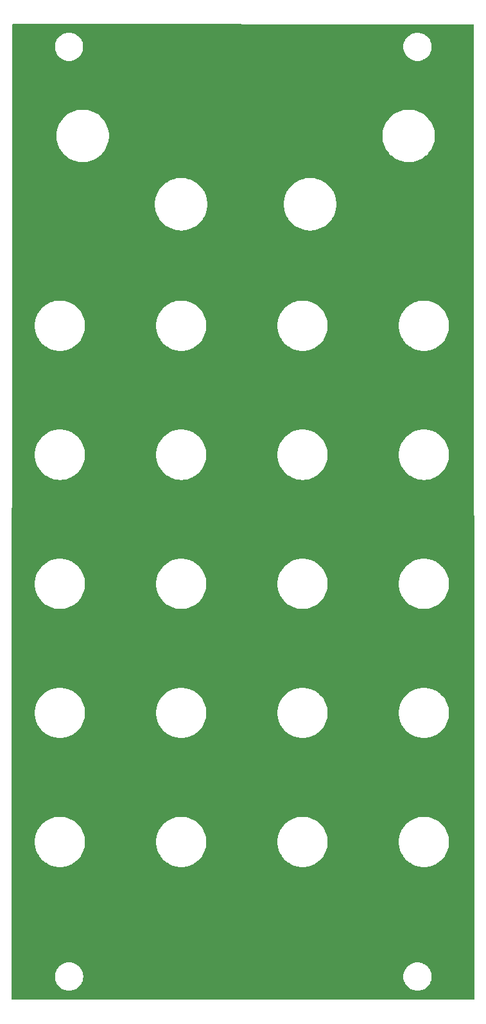
<source format=gtl>
G04 Layer_Physical_Order=1*
G04 Layer_Color=255*
%FSLAX25Y25*%
%MOIN*%
G70*
G01*
G75*
G36*
X-188Y-9794D02*
X-0Y-515158D01*
X-354Y-515512D01*
X-121019Y-515512D01*
X-239955D01*
X-240308Y-515158D01*
X-240000Y-9960D01*
X-239646Y-9607D01*
X-188Y-9794D01*
D02*
G37*
%LPC*%
G36*
X-25475Y-353803D02*
X-27049D01*
X-27115Y-353816D01*
X-27182Y-353812D01*
X-28743Y-354017D01*
X-28806Y-354039D01*
X-28873Y-354043D01*
X-30394Y-354451D01*
X-30454Y-354481D01*
X-30520Y-354494D01*
X-31974Y-355096D01*
X-32030Y-355134D01*
X-32094Y-355155D01*
X-33457Y-355942D01*
X-33508Y-355986D01*
X-33568Y-356016D01*
X-34817Y-356974D01*
X-34861Y-357025D01*
X-34917Y-357062D01*
X-36030Y-358175D01*
X-36068Y-358231D01*
X-36118Y-358276D01*
X-37076Y-359524D01*
X-37106Y-359585D01*
X-37150Y-359635D01*
X-37937Y-360999D01*
X-37959Y-361062D01*
X-37996Y-361118D01*
X-38599Y-362572D01*
X-38612Y-362638D01*
X-38642Y-362699D01*
X-39049Y-364219D01*
X-39053Y-364286D01*
X-39075Y-364350D01*
X-39281Y-365911D01*
X-39276Y-365978D01*
X-39289Y-366044D01*
Y-367618D01*
X-39276Y-367684D01*
X-39281Y-367751D01*
X-39075Y-369311D01*
X-39053Y-369375D01*
X-39049Y-369442D01*
X-38642Y-370963D01*
X-38612Y-371023D01*
X-38599Y-371089D01*
X-37996Y-372543D01*
X-37959Y-372599D01*
X-37937Y-372663D01*
X-37150Y-374026D01*
X-37106Y-374077D01*
X-37076Y-374137D01*
X-36118Y-375386D01*
X-36068Y-375430D01*
X-36030Y-375486D01*
X-34917Y-376599D01*
X-34861Y-376636D01*
X-34817Y-376687D01*
X-33568Y-377645D01*
X-33508Y-377675D01*
X-33457Y-377719D01*
X-32094Y-378506D01*
X-32030Y-378528D01*
X-31974Y-378565D01*
X-30520Y-379168D01*
X-30454Y-379181D01*
X-30394Y-379211D01*
X-28873Y-379618D01*
X-28806Y-379622D01*
X-28743Y-379644D01*
X-27182Y-379849D01*
X-27115Y-379845D01*
X-27049Y-379858D01*
X-25475D01*
X-25409Y-379845D01*
X-25342Y-379849D01*
X-23781Y-379644D01*
X-23717Y-379622D01*
X-23650Y-379618D01*
X-22130Y-379211D01*
X-22070Y-379181D01*
X-22004Y-379168D01*
X-20549Y-378565D01*
X-20493Y-378528D01*
X-20430Y-378506D01*
X-19067Y-377719D01*
X-19016Y-377675D01*
X-18956Y-377645D01*
X-17707Y-376687D01*
X-17662Y-376636D01*
X-17606Y-376599D01*
X-16493Y-375486D01*
X-16456Y-375430D01*
X-16406Y-375386D01*
X-15447Y-374137D01*
X-15418Y-374077D01*
X-15373Y-374026D01*
X-14586Y-372663D01*
X-14565Y-372599D01*
X-14527Y-372543D01*
X-13925Y-371089D01*
X-13912Y-371023D01*
X-13882Y-370963D01*
X-13475Y-369442D01*
X-13470Y-369375D01*
X-13449Y-369311D01*
X-13243Y-367751D01*
X-13248Y-367684D01*
X-13234Y-367618D01*
Y-366044D01*
X-13248Y-365978D01*
X-13243Y-365911D01*
X-13449Y-364350D01*
X-13470Y-364286D01*
X-13475Y-364219D01*
X-13882Y-362699D01*
X-13912Y-362638D01*
X-13925Y-362572D01*
X-14527Y-361118D01*
X-14565Y-361062D01*
X-14586Y-360999D01*
X-15373Y-359635D01*
X-15418Y-359585D01*
X-15447Y-359524D01*
X-16406Y-358276D01*
X-16456Y-358231D01*
X-16493Y-358175D01*
X-17606Y-357062D01*
X-17662Y-357025D01*
X-17707Y-356974D01*
X-18956Y-356016D01*
X-19016Y-355986D01*
X-19067Y-355942D01*
X-20430Y-355155D01*
X-20493Y-355134D01*
X-20549Y-355096D01*
X-22004Y-354494D01*
X-22070Y-354481D01*
X-22130Y-354451D01*
X-23650Y-354043D01*
X-23717Y-354039D01*
X-23781Y-354017D01*
X-25342Y-353812D01*
X-25409Y-353816D01*
X-25475Y-353803D01*
D02*
G37*
G36*
X-88467D02*
X-90041D01*
X-90107Y-353816D01*
X-90174Y-353812D01*
X-91735Y-354017D01*
X-91798Y-354039D01*
X-91865Y-354043D01*
X-93386Y-354451D01*
X-93446Y-354481D01*
X-93512Y-354494D01*
X-94966Y-355096D01*
X-95022Y-355134D01*
X-95086Y-355155D01*
X-96449Y-355942D01*
X-96500Y-355986D01*
X-96560Y-356016D01*
X-97809Y-356974D01*
X-97853Y-357025D01*
X-97909Y-357062D01*
X-99022Y-358175D01*
X-99060Y-358231D01*
X-99110Y-358276D01*
X-100068Y-359524D01*
X-100098Y-359585D01*
X-100143Y-359635D01*
X-100929Y-360999D01*
X-100951Y-361062D01*
X-100988Y-361118D01*
X-101591Y-362572D01*
X-101604Y-362638D01*
X-101634Y-362699D01*
X-102041Y-364219D01*
X-102046Y-364286D01*
X-102067Y-364350D01*
X-102273Y-365911D01*
X-102268Y-365978D01*
X-102281Y-366044D01*
Y-367618D01*
X-102268Y-367684D01*
X-102273Y-367751D01*
X-102067Y-369311D01*
X-102046Y-369375D01*
X-102041Y-369442D01*
X-101634Y-370963D01*
X-101604Y-371023D01*
X-101591Y-371089D01*
X-100988Y-372543D01*
X-100951Y-372599D01*
X-100929Y-372663D01*
X-100143Y-374026D01*
X-100098Y-374077D01*
X-100068Y-374137D01*
X-99110Y-375386D01*
X-99060Y-375430D01*
X-99022Y-375486D01*
X-97909Y-376599D01*
X-97853Y-376636D01*
X-97809Y-376687D01*
X-96560Y-377645D01*
X-96500Y-377675D01*
X-96449Y-377719D01*
X-95086Y-378506D01*
X-95022Y-378528D01*
X-94966Y-378565D01*
X-93512Y-379168D01*
X-93446Y-379181D01*
X-93386Y-379211D01*
X-91865Y-379618D01*
X-91798Y-379622D01*
X-91735Y-379644D01*
X-90174Y-379849D01*
X-90107Y-379845D01*
X-90041Y-379858D01*
X-88467D01*
X-88401Y-379845D01*
X-88334Y-379849D01*
X-86773Y-379644D01*
X-86709Y-379622D01*
X-86642Y-379618D01*
X-85122Y-379211D01*
X-85062Y-379181D01*
X-84996Y-379168D01*
X-83541Y-378565D01*
X-83486Y-378528D01*
X-83422Y-378506D01*
X-82059Y-377719D01*
X-82008Y-377675D01*
X-81948Y-377645D01*
X-80699Y-376687D01*
X-80655Y-376636D01*
X-80599Y-376599D01*
X-79486Y-375486D01*
X-79448Y-375430D01*
X-79398Y-375386D01*
X-78439Y-374137D01*
X-78410Y-374077D01*
X-78365Y-374026D01*
X-77578Y-372663D01*
X-77557Y-372599D01*
X-77519Y-372543D01*
X-76917Y-371089D01*
X-76904Y-371023D01*
X-76874Y-370963D01*
X-76467Y-369442D01*
X-76462Y-369375D01*
X-76441Y-369311D01*
X-76235Y-367751D01*
X-76240Y-367684D01*
X-76226Y-367618D01*
Y-366044D01*
X-76240Y-365978D01*
X-76235Y-365911D01*
X-76441Y-364350D01*
X-76462Y-364286D01*
X-76467Y-364219D01*
X-76874Y-362699D01*
X-76904Y-362638D01*
X-76917Y-362572D01*
X-77519Y-361118D01*
X-77557Y-361062D01*
X-77578Y-360999D01*
X-78365Y-359635D01*
X-78410Y-359585D01*
X-78439Y-359524D01*
X-79398Y-358276D01*
X-79448Y-358231D01*
X-79486Y-358175D01*
X-80599Y-357062D01*
X-80655Y-357025D01*
X-80699Y-356974D01*
X-81948Y-356016D01*
X-82008Y-355986D01*
X-82059Y-355942D01*
X-83422Y-355155D01*
X-83486Y-355134D01*
X-83541Y-355096D01*
X-84996Y-354494D01*
X-85062Y-354481D01*
X-85122Y-354451D01*
X-86642Y-354043D01*
X-86709Y-354039D01*
X-86773Y-354017D01*
X-88334Y-353812D01*
X-88401Y-353816D01*
X-88467Y-353803D01*
D02*
G37*
G36*
X-151459D02*
X-153033D01*
X-153099Y-353816D01*
X-153166Y-353812D01*
X-154727Y-354017D01*
X-154790Y-354039D01*
X-154858Y-354043D01*
X-156378Y-354451D01*
X-156438Y-354481D01*
X-156504Y-354494D01*
X-157959Y-355096D01*
X-158015Y-355134D01*
X-158078Y-355155D01*
X-159441Y-355942D01*
X-159492Y-355986D01*
X-159552Y-356016D01*
X-160801Y-356974D01*
X-160845Y-357025D01*
X-160901Y-357062D01*
X-162014Y-358175D01*
X-162052Y-358231D01*
X-162102Y-358276D01*
X-163061Y-359524D01*
X-163090Y-359585D01*
X-163135Y-359635D01*
X-163922Y-360999D01*
X-163943Y-361062D01*
X-163981Y-361118D01*
X-164583Y-362572D01*
X-164596Y-362638D01*
X-164626Y-362699D01*
X-165033Y-364219D01*
X-165038Y-364286D01*
X-165059Y-364350D01*
X-165265Y-365911D01*
X-165260Y-365978D01*
X-165274Y-366044D01*
Y-367618D01*
X-165260Y-367684D01*
X-165265Y-367751D01*
X-165059Y-369311D01*
X-165038Y-369375D01*
X-165033Y-369442D01*
X-164626Y-370963D01*
X-164596Y-371023D01*
X-164583Y-371089D01*
X-163981Y-372543D01*
X-163943Y-372599D01*
X-163922Y-372663D01*
X-163135Y-374026D01*
X-163090Y-374077D01*
X-163061Y-374137D01*
X-162102Y-375386D01*
X-162052Y-375430D01*
X-162014Y-375486D01*
X-160901Y-376599D01*
X-160845Y-376636D01*
X-160801Y-376687D01*
X-159552Y-377645D01*
X-159492Y-377675D01*
X-159441Y-377719D01*
X-158078Y-378506D01*
X-158015Y-378528D01*
X-157959Y-378565D01*
X-156504Y-379168D01*
X-156438Y-379181D01*
X-156378Y-379211D01*
X-154858Y-379618D01*
X-154790Y-379622D01*
X-154727Y-379644D01*
X-153166Y-379849D01*
X-153099Y-379845D01*
X-153033Y-379858D01*
X-151459D01*
X-151393Y-379845D01*
X-151326Y-379849D01*
X-149765Y-379644D01*
X-149702Y-379622D01*
X-149635Y-379618D01*
X-148114Y-379211D01*
X-148054Y-379181D01*
X-147988Y-379168D01*
X-146534Y-378565D01*
X-146478Y-378528D01*
X-146414Y-378506D01*
X-145051Y-377719D01*
X-145000Y-377675D01*
X-144940Y-377645D01*
X-143691Y-376687D01*
X-143647Y-376636D01*
X-143591Y-376599D01*
X-142478Y-375486D01*
X-142440Y-375430D01*
X-142390Y-375386D01*
X-141432Y-374137D01*
X-141402Y-374077D01*
X-141358Y-374026D01*
X-140570Y-372663D01*
X-140549Y-372599D01*
X-140512Y-372543D01*
X-139909Y-371089D01*
X-139896Y-371023D01*
X-139866Y-370963D01*
X-139459Y-369442D01*
X-139454Y-369375D01*
X-139433Y-369311D01*
X-139227Y-367751D01*
X-139232Y-367684D01*
X-139219Y-367618D01*
Y-366044D01*
X-139232Y-365978D01*
X-139227Y-365911D01*
X-139433Y-364350D01*
X-139454Y-364286D01*
X-139459Y-364219D01*
X-139866Y-362699D01*
X-139896Y-362638D01*
X-139909Y-362572D01*
X-140512Y-361118D01*
X-140549Y-361062D01*
X-140570Y-360999D01*
X-141358Y-359635D01*
X-141402Y-359585D01*
X-141432Y-359524D01*
X-142390Y-358276D01*
X-142440Y-358231D01*
X-142478Y-358175D01*
X-143591Y-357062D01*
X-143647Y-357025D01*
X-143691Y-356974D01*
X-144940Y-356016D01*
X-145000Y-355986D01*
X-145051Y-355942D01*
X-146414Y-355155D01*
X-146478Y-355134D01*
X-146534Y-355096D01*
X-147988Y-354494D01*
X-148054Y-354481D01*
X-148114Y-354451D01*
X-149635Y-354043D01*
X-149702Y-354039D01*
X-149765Y-354017D01*
X-151326Y-353812D01*
X-151393Y-353816D01*
X-151459Y-353803D01*
D02*
G37*
G36*
X-88467Y-286874D02*
X-90041D01*
X-90107Y-286887D01*
X-90174Y-286883D01*
X-91735Y-287088D01*
X-91798Y-287110D01*
X-91865Y-287114D01*
X-93386Y-287522D01*
X-93446Y-287551D01*
X-93512Y-287565D01*
X-94966Y-288167D01*
X-95022Y-288204D01*
X-95086Y-288226D01*
X-96449Y-289013D01*
X-96500Y-289057D01*
X-96560Y-289087D01*
X-97809Y-290045D01*
X-97853Y-290096D01*
X-97909Y-290133D01*
X-99022Y-291246D01*
X-99060Y-291302D01*
X-99110Y-291347D01*
X-100068Y-292595D01*
X-100098Y-292656D01*
X-100143Y-292706D01*
X-100929Y-294070D01*
X-100951Y-294133D01*
X-100988Y-294189D01*
X-101591Y-295643D01*
X-101604Y-295709D01*
X-101634Y-295770D01*
X-102041Y-297290D01*
X-102046Y-297357D01*
X-102067Y-297421D01*
X-102273Y-298981D01*
X-102268Y-299049D01*
X-102281Y-299115D01*
Y-300689D01*
X-102268Y-300755D01*
X-102273Y-300822D01*
X-102067Y-302382D01*
X-102046Y-302446D01*
X-102041Y-302513D01*
X-101634Y-304034D01*
X-101604Y-304094D01*
X-101591Y-304160D01*
X-100988Y-305614D01*
X-100951Y-305670D01*
X-100929Y-305734D01*
X-100143Y-307097D01*
X-100098Y-307148D01*
X-100068Y-307208D01*
X-99110Y-308457D01*
X-99060Y-308501D01*
X-99022Y-308557D01*
X-97909Y-309670D01*
X-97853Y-309707D01*
X-97809Y-309758D01*
X-96560Y-310716D01*
X-96500Y-310746D01*
X-96449Y-310790D01*
X-95086Y-311577D01*
X-95022Y-311599D01*
X-94966Y-311636D01*
X-93512Y-312239D01*
X-93446Y-312252D01*
X-93386Y-312281D01*
X-91865Y-312689D01*
X-91798Y-312693D01*
X-91735Y-312715D01*
X-90174Y-312920D01*
X-90107Y-312916D01*
X-90041Y-312929D01*
X-88467D01*
X-88401Y-312916D01*
X-88334Y-312920D01*
X-86773Y-312715D01*
X-86709Y-312693D01*
X-86642Y-312689D01*
X-85122Y-312281D01*
X-85062Y-312252D01*
X-84996Y-312239D01*
X-83541Y-311636D01*
X-83486Y-311599D01*
X-83422Y-311577D01*
X-82059Y-310790D01*
X-82008Y-310746D01*
X-81948Y-310716D01*
X-80699Y-309758D01*
X-80655Y-309707D01*
X-80599Y-309670D01*
X-79486Y-308557D01*
X-79448Y-308501D01*
X-79398Y-308457D01*
X-78439Y-307208D01*
X-78410Y-307148D01*
X-78365Y-307097D01*
X-77578Y-305734D01*
X-77557Y-305670D01*
X-77519Y-305614D01*
X-76917Y-304160D01*
X-76904Y-304094D01*
X-76874Y-304034D01*
X-76467Y-302513D01*
X-76462Y-302446D01*
X-76441Y-302382D01*
X-76235Y-300822D01*
X-76240Y-300755D01*
X-76226Y-300689D01*
Y-299115D01*
X-76240Y-299049D01*
X-76235Y-298981D01*
X-76441Y-297421D01*
X-76462Y-297357D01*
X-76467Y-297290D01*
X-76874Y-295770D01*
X-76904Y-295709D01*
X-76917Y-295643D01*
X-77519Y-294189D01*
X-77557Y-294133D01*
X-77578Y-294070D01*
X-78365Y-292706D01*
X-78410Y-292656D01*
X-78439Y-292595D01*
X-79398Y-291347D01*
X-79448Y-291302D01*
X-79486Y-291246D01*
X-80599Y-290133D01*
X-80655Y-290096D01*
X-80699Y-290045D01*
X-81948Y-289087D01*
X-82008Y-289057D01*
X-82059Y-289013D01*
X-83422Y-288226D01*
X-83486Y-288204D01*
X-83541Y-288167D01*
X-84996Y-287565D01*
X-85062Y-287551D01*
X-85122Y-287522D01*
X-86642Y-287114D01*
X-86709Y-287110D01*
X-86773Y-287088D01*
X-88334Y-286883D01*
X-88401Y-286887D01*
X-88467Y-286874D01*
D02*
G37*
G36*
X-151459D02*
X-153033D01*
X-153099Y-286887D01*
X-153166Y-286883D01*
X-154727Y-287088D01*
X-154790Y-287110D01*
X-154858Y-287114D01*
X-156378Y-287522D01*
X-156438Y-287551D01*
X-156504Y-287565D01*
X-157959Y-288167D01*
X-158015Y-288204D01*
X-158078Y-288226D01*
X-159441Y-289013D01*
X-159492Y-289057D01*
X-159552Y-289087D01*
X-160801Y-290045D01*
X-160845Y-290096D01*
X-160901Y-290133D01*
X-162014Y-291246D01*
X-162052Y-291302D01*
X-162102Y-291347D01*
X-163061Y-292595D01*
X-163090Y-292656D01*
X-163135Y-292706D01*
X-163922Y-294070D01*
X-163943Y-294133D01*
X-163981Y-294189D01*
X-164583Y-295643D01*
X-164596Y-295709D01*
X-164626Y-295770D01*
X-165033Y-297290D01*
X-165038Y-297357D01*
X-165059Y-297421D01*
X-165265Y-298981D01*
X-165260Y-299049D01*
X-165274Y-299115D01*
Y-300689D01*
X-165260Y-300755D01*
X-165265Y-300822D01*
X-165059Y-302382D01*
X-165038Y-302446D01*
X-165033Y-302513D01*
X-164626Y-304034D01*
X-164596Y-304094D01*
X-164583Y-304160D01*
X-163981Y-305614D01*
X-163943Y-305670D01*
X-163922Y-305734D01*
X-163135Y-307097D01*
X-163090Y-307148D01*
X-163061Y-307208D01*
X-162102Y-308457D01*
X-162052Y-308501D01*
X-162014Y-308557D01*
X-160901Y-309670D01*
X-160845Y-309707D01*
X-160801Y-309758D01*
X-159552Y-310716D01*
X-159492Y-310746D01*
X-159441Y-310790D01*
X-158078Y-311577D01*
X-158015Y-311599D01*
X-157959Y-311636D01*
X-156504Y-312239D01*
X-156438Y-312252D01*
X-156378Y-312281D01*
X-154858Y-312689D01*
X-154790Y-312693D01*
X-154727Y-312715D01*
X-153166Y-312920D01*
X-153099Y-312916D01*
X-153033Y-312929D01*
X-151459D01*
X-151393Y-312916D01*
X-151326Y-312920D01*
X-149765Y-312715D01*
X-149702Y-312693D01*
X-149635Y-312689D01*
X-148114Y-312281D01*
X-148054Y-312252D01*
X-147988Y-312239D01*
X-146534Y-311636D01*
X-146478Y-311599D01*
X-146414Y-311577D01*
X-145051Y-310790D01*
X-145000Y-310746D01*
X-144940Y-310716D01*
X-143691Y-309758D01*
X-143647Y-309707D01*
X-143591Y-309670D01*
X-142478Y-308557D01*
X-142440Y-308501D01*
X-142390Y-308457D01*
X-141432Y-307208D01*
X-141402Y-307148D01*
X-141358Y-307097D01*
X-140570Y-305734D01*
X-140549Y-305670D01*
X-140512Y-305614D01*
X-139909Y-304160D01*
X-139896Y-304094D01*
X-139866Y-304034D01*
X-139459Y-302513D01*
X-139454Y-302446D01*
X-139433Y-302382D01*
X-139227Y-300822D01*
X-139232Y-300755D01*
X-139219Y-300689D01*
Y-299115D01*
X-139232Y-299049D01*
X-139227Y-298981D01*
X-139433Y-297421D01*
X-139454Y-297357D01*
X-139459Y-297290D01*
X-139866Y-295770D01*
X-139896Y-295709D01*
X-139909Y-295643D01*
X-140512Y-294189D01*
X-140549Y-294133D01*
X-140570Y-294070D01*
X-141358Y-292706D01*
X-141402Y-292656D01*
X-141432Y-292595D01*
X-142390Y-291347D01*
X-142440Y-291302D01*
X-142478Y-291246D01*
X-143591Y-290133D01*
X-143647Y-290096D01*
X-143691Y-290045D01*
X-144940Y-289087D01*
X-145000Y-289057D01*
X-145051Y-289013D01*
X-146414Y-288226D01*
X-146478Y-288204D01*
X-146534Y-288167D01*
X-147988Y-287565D01*
X-148054Y-287551D01*
X-148114Y-287522D01*
X-149635Y-287114D01*
X-149702Y-287110D01*
X-149765Y-287088D01*
X-151326Y-286883D01*
X-151393Y-286887D01*
X-151459Y-286874D01*
D02*
G37*
G36*
X-214451D02*
X-216025D01*
X-216091Y-286887D01*
X-216158Y-286883D01*
X-217719Y-287088D01*
X-217783Y-287110D01*
X-217850Y-287114D01*
X-219370Y-287522D01*
X-219430Y-287551D01*
X-219496Y-287565D01*
X-220951Y-288167D01*
X-221007Y-288204D01*
X-221070Y-288226D01*
X-222433Y-289013D01*
X-222484Y-289057D01*
X-222544Y-289087D01*
X-223793Y-290045D01*
X-223838Y-290096D01*
X-223893Y-290133D01*
X-225007Y-291246D01*
X-225044Y-291302D01*
X-225095Y-291347D01*
X-226053Y-292595D01*
X-226082Y-292656D01*
X-226127Y-292706D01*
X-226914Y-294070D01*
X-226935Y-294133D01*
X-226973Y-294189D01*
X-227575Y-295643D01*
X-227588Y-295709D01*
X-227618Y-295770D01*
X-228026Y-297290D01*
X-228030Y-297357D01*
X-228051Y-297421D01*
X-228257Y-298981D01*
X-228253Y-299049D01*
X-228266Y-299115D01*
Y-300689D01*
X-228253Y-300755D01*
X-228257Y-300822D01*
X-228051Y-302382D01*
X-228030Y-302446D01*
X-228026Y-302513D01*
X-227618Y-304034D01*
X-227588Y-304094D01*
X-227575Y-304160D01*
X-226973Y-305614D01*
X-226935Y-305670D01*
X-226914Y-305734D01*
X-226127Y-307097D01*
X-226082Y-307148D01*
X-226053Y-307208D01*
X-225095Y-308457D01*
X-225044Y-308501D01*
X-225007Y-308557D01*
X-223893Y-309670D01*
X-223838Y-309707D01*
X-223793Y-309758D01*
X-222544Y-310716D01*
X-222484Y-310746D01*
X-222433Y-310790D01*
X-221070Y-311577D01*
X-221007Y-311599D01*
X-220951Y-311636D01*
X-219496Y-312239D01*
X-219430Y-312252D01*
X-219370Y-312281D01*
X-217850Y-312689D01*
X-217783Y-312693D01*
X-217719Y-312715D01*
X-216158Y-312920D01*
X-216091Y-312916D01*
X-216025Y-312929D01*
X-214451D01*
X-214385Y-312916D01*
X-214318Y-312920D01*
X-212757Y-312715D01*
X-212694Y-312693D01*
X-212627Y-312689D01*
X-211106Y-312281D01*
X-211046Y-312252D01*
X-210980Y-312239D01*
X-209526Y-311636D01*
X-209470Y-311599D01*
X-209406Y-311577D01*
X-208043Y-310790D01*
X-207992Y-310746D01*
X-207932Y-310716D01*
X-206683Y-309758D01*
X-206639Y-309707D01*
X-206583Y-309670D01*
X-205470Y-308557D01*
X-205433Y-308501D01*
X-205382Y-308457D01*
X-204424Y-307208D01*
X-204394Y-307148D01*
X-204350Y-307097D01*
X-203563Y-305734D01*
X-203541Y-305670D01*
X-203504Y-305614D01*
X-202901Y-304160D01*
X-202888Y-304094D01*
X-202858Y-304034D01*
X-202451Y-302513D01*
X-202447Y-302446D01*
X-202425Y-302382D01*
X-202220Y-300822D01*
X-202224Y-300755D01*
X-202211Y-300689D01*
Y-299115D01*
X-202224Y-299049D01*
X-202220Y-298981D01*
X-202425Y-297421D01*
X-202447Y-297357D01*
X-202451Y-297290D01*
X-202858Y-295770D01*
X-202888Y-295709D01*
X-202901Y-295643D01*
X-203504Y-294189D01*
X-203541Y-294133D01*
X-203563Y-294070D01*
X-204350Y-292706D01*
X-204394Y-292656D01*
X-204424Y-292595D01*
X-205382Y-291347D01*
X-205433Y-291302D01*
X-205470Y-291246D01*
X-206583Y-290133D01*
X-206639Y-290096D01*
X-206683Y-290045D01*
X-207932Y-289087D01*
X-207992Y-289057D01*
X-208043Y-289013D01*
X-209406Y-288226D01*
X-209470Y-288204D01*
X-209526Y-288167D01*
X-210980Y-287565D01*
X-211046Y-287551D01*
X-211106Y-287522D01*
X-212627Y-287114D01*
X-212694Y-287110D01*
X-212757Y-287088D01*
X-214318Y-286883D01*
X-214385Y-286887D01*
X-214451Y-286874D01*
D02*
G37*
G36*
Y-353803D02*
X-216025D01*
X-216091Y-353816D01*
X-216158Y-353812D01*
X-217719Y-354017D01*
X-217783Y-354039D01*
X-217850Y-354043D01*
X-219370Y-354451D01*
X-219430Y-354481D01*
X-219496Y-354494D01*
X-220951Y-355096D01*
X-221007Y-355134D01*
X-221070Y-355155D01*
X-222433Y-355942D01*
X-222484Y-355986D01*
X-222544Y-356016D01*
X-223793Y-356974D01*
X-223838Y-357025D01*
X-223893Y-357062D01*
X-225007Y-358175D01*
X-225044Y-358231D01*
X-225095Y-358276D01*
X-226053Y-359524D01*
X-226082Y-359585D01*
X-226127Y-359635D01*
X-226914Y-360999D01*
X-226935Y-361062D01*
X-226973Y-361118D01*
X-227575Y-362572D01*
X-227588Y-362638D01*
X-227618Y-362699D01*
X-228026Y-364219D01*
X-228030Y-364286D01*
X-228051Y-364350D01*
X-228257Y-365911D01*
X-228253Y-365978D01*
X-228266Y-366044D01*
Y-367618D01*
X-228253Y-367684D01*
X-228257Y-367751D01*
X-228051Y-369311D01*
X-228030Y-369375D01*
X-228026Y-369442D01*
X-227618Y-370963D01*
X-227588Y-371023D01*
X-227575Y-371089D01*
X-226973Y-372543D01*
X-226935Y-372599D01*
X-226914Y-372663D01*
X-226127Y-374026D01*
X-226082Y-374077D01*
X-226053Y-374137D01*
X-225095Y-375386D01*
X-225044Y-375430D01*
X-225007Y-375486D01*
X-223893Y-376599D01*
X-223838Y-376636D01*
X-223793Y-376687D01*
X-222544Y-377645D01*
X-222484Y-377675D01*
X-222433Y-377719D01*
X-221070Y-378506D01*
X-221007Y-378528D01*
X-220951Y-378565D01*
X-219496Y-379168D01*
X-219430Y-379181D01*
X-219370Y-379211D01*
X-217850Y-379618D01*
X-217783Y-379622D01*
X-217719Y-379644D01*
X-216158Y-379849D01*
X-216091Y-379845D01*
X-216025Y-379858D01*
X-214451D01*
X-214385Y-379845D01*
X-214318Y-379849D01*
X-212757Y-379644D01*
X-212694Y-379622D01*
X-212627Y-379618D01*
X-211106Y-379211D01*
X-211046Y-379181D01*
X-210980Y-379168D01*
X-209526Y-378565D01*
X-209470Y-378528D01*
X-209406Y-378506D01*
X-208043Y-377719D01*
X-207992Y-377675D01*
X-207932Y-377645D01*
X-206683Y-376687D01*
X-206639Y-376636D01*
X-206583Y-376599D01*
X-205470Y-375486D01*
X-205433Y-375430D01*
X-205382Y-375386D01*
X-204424Y-374137D01*
X-204394Y-374077D01*
X-204350Y-374026D01*
X-203563Y-372663D01*
X-203541Y-372599D01*
X-203504Y-372543D01*
X-202901Y-371089D01*
X-202888Y-371023D01*
X-202858Y-370963D01*
X-202451Y-369442D01*
X-202447Y-369375D01*
X-202425Y-369311D01*
X-202220Y-367751D01*
X-202224Y-367684D01*
X-202211Y-367618D01*
Y-366044D01*
X-202224Y-365978D01*
X-202220Y-365911D01*
X-202425Y-364350D01*
X-202447Y-364286D01*
X-202451Y-364219D01*
X-202858Y-362699D01*
X-202888Y-362638D01*
X-202901Y-362572D01*
X-203504Y-361118D01*
X-203541Y-361062D01*
X-203563Y-360999D01*
X-204350Y-359635D01*
X-204394Y-359585D01*
X-204424Y-359524D01*
X-205382Y-358276D01*
X-205433Y-358231D01*
X-205470Y-358175D01*
X-206583Y-357062D01*
X-206639Y-357025D01*
X-206683Y-356974D01*
X-207932Y-356016D01*
X-207992Y-355986D01*
X-208043Y-355942D01*
X-209406Y-355155D01*
X-209470Y-355134D01*
X-209526Y-355096D01*
X-210980Y-354494D01*
X-211046Y-354481D01*
X-211106Y-354451D01*
X-212627Y-354043D01*
X-212694Y-354039D01*
X-212757Y-354017D01*
X-214318Y-353812D01*
X-214385Y-353816D01*
X-214451Y-353803D01*
D02*
G37*
G36*
Y-420732D02*
X-216025D01*
X-216091Y-420746D01*
X-216158Y-420741D01*
X-217719Y-420947D01*
X-217783Y-420968D01*
X-217850Y-420972D01*
X-219370Y-421380D01*
X-219430Y-421410D01*
X-219496Y-421423D01*
X-220951Y-422025D01*
X-221007Y-422063D01*
X-221070Y-422084D01*
X-222433Y-422871D01*
X-222484Y-422916D01*
X-222544Y-422945D01*
X-223793Y-423904D01*
X-223838Y-423954D01*
X-223893Y-423991D01*
X-225007Y-425105D01*
X-225044Y-425161D01*
X-225095Y-425205D01*
X-226053Y-426454D01*
X-226082Y-426514D01*
X-226127Y-426565D01*
X-226914Y-427928D01*
X-226935Y-427991D01*
X-226973Y-428047D01*
X-227575Y-429501D01*
X-227588Y-429567D01*
X-227618Y-429628D01*
X-228026Y-431148D01*
X-228030Y-431215D01*
X-228051Y-431279D01*
X-228257Y-432840D01*
X-228253Y-432907D01*
X-228266Y-432973D01*
Y-434547D01*
X-228253Y-434613D01*
X-228257Y-434680D01*
X-228051Y-436240D01*
X-228030Y-436304D01*
X-228026Y-436371D01*
X-227618Y-437892D01*
X-227588Y-437952D01*
X-227575Y-438018D01*
X-226973Y-439472D01*
X-226935Y-439528D01*
X-226914Y-439592D01*
X-226127Y-440955D01*
X-226082Y-441006D01*
X-226053Y-441066D01*
X-225095Y-442315D01*
X-225044Y-442359D01*
X-225007Y-442415D01*
X-223893Y-443528D01*
X-223838Y-443566D01*
X-223793Y-443616D01*
X-222544Y-444574D01*
X-222484Y-444604D01*
X-222433Y-444648D01*
X-221070Y-445435D01*
X-221007Y-445457D01*
X-220951Y-445494D01*
X-219496Y-446097D01*
X-219430Y-446110D01*
X-219370Y-446140D01*
X-217850Y-446547D01*
X-217783Y-446552D01*
X-217719Y-446573D01*
X-216158Y-446778D01*
X-216091Y-446774D01*
X-216025Y-446787D01*
X-214451D01*
X-214385Y-446774D01*
X-214318Y-446778D01*
X-212757Y-446573D01*
X-212694Y-446552D01*
X-212627Y-446547D01*
X-211106Y-446140D01*
X-211046Y-446110D01*
X-210980Y-446097D01*
X-209526Y-445494D01*
X-209470Y-445457D01*
X-209406Y-445435D01*
X-208043Y-444648D01*
X-207992Y-444604D01*
X-207932Y-444574D01*
X-206683Y-443616D01*
X-206639Y-443566D01*
X-206583Y-443528D01*
X-205470Y-442415D01*
X-205433Y-442359D01*
X-205382Y-442315D01*
X-204424Y-441066D01*
X-204394Y-441006D01*
X-204350Y-440955D01*
X-203563Y-439592D01*
X-203541Y-439528D01*
X-203504Y-439472D01*
X-202901Y-438018D01*
X-202888Y-437952D01*
X-202858Y-437892D01*
X-202451Y-436371D01*
X-202447Y-436304D01*
X-202425Y-436240D01*
X-202220Y-434680D01*
X-202224Y-434613D01*
X-202211Y-434547D01*
Y-432973D01*
X-202224Y-432907D01*
X-202220Y-432840D01*
X-202425Y-431279D01*
X-202447Y-431215D01*
X-202451Y-431148D01*
X-202858Y-429628D01*
X-202888Y-429567D01*
X-202901Y-429501D01*
X-203504Y-428047D01*
X-203541Y-427991D01*
X-203563Y-427928D01*
X-204350Y-426565D01*
X-204394Y-426514D01*
X-204424Y-426454D01*
X-205382Y-425205D01*
X-205433Y-425161D01*
X-205470Y-425105D01*
X-206583Y-423991D01*
X-206639Y-423954D01*
X-206683Y-423904D01*
X-207932Y-422945D01*
X-207992Y-422916D01*
X-208043Y-422871D01*
X-209406Y-422084D01*
X-209470Y-422063D01*
X-209526Y-422025D01*
X-210980Y-421423D01*
X-211046Y-421410D01*
X-211106Y-421380D01*
X-212627Y-420972D01*
X-212694Y-420968D01*
X-212757Y-420947D01*
X-214318Y-420741D01*
X-214385Y-420746D01*
X-214451Y-420732D01*
D02*
G37*
G36*
X-28907Y-496264D02*
X-30148D01*
X-30246Y-496283D01*
X-30347D01*
X-31564Y-496526D01*
X-31657Y-496564D01*
X-31755Y-496584D01*
X-32901Y-497058D01*
X-32985Y-497114D01*
X-33078Y-497153D01*
X-34110Y-497842D01*
X-34181Y-497913D01*
X-34264Y-497969D01*
X-35141Y-498846D01*
X-35197Y-498930D01*
X-35268Y-499001D01*
X-35958Y-500033D01*
X-35996Y-500125D01*
X-36052Y-500209D01*
X-36527Y-501355D01*
X-36546Y-501454D01*
X-36585Y-501546D01*
X-36827Y-502763D01*
Y-502864D01*
X-36846Y-502962D01*
Y-504203D01*
X-36827Y-504302D01*
Y-504402D01*
X-36585Y-505619D01*
X-36546Y-505712D01*
X-36527Y-505810D01*
X-36052Y-506957D01*
X-35996Y-507040D01*
X-35958Y-507133D01*
X-35268Y-508165D01*
X-35197Y-508236D01*
X-35141Y-508319D01*
X-34264Y-509197D01*
X-34181Y-509252D01*
X-34110Y-509323D01*
X-33078Y-510013D01*
X-32985Y-510051D01*
X-32901Y-510107D01*
X-31755Y-510582D01*
X-31657Y-510601D01*
X-31564Y-510640D01*
X-30347Y-510882D01*
X-30246D01*
X-30148Y-510901D01*
X-28907D01*
X-28809Y-510882D01*
X-28708D01*
X-27491Y-510640D01*
X-27398Y-510601D01*
X-27300Y-510582D01*
X-26154Y-510107D01*
X-26070Y-510051D01*
X-25977Y-510013D01*
X-24946Y-509323D01*
X-24875Y-509252D01*
X-24791Y-509197D01*
X-23914Y-508319D01*
X-23858Y-508236D01*
X-23787Y-508165D01*
X-23098Y-507133D01*
X-23059Y-507040D01*
X-23003Y-506957D01*
X-22528Y-505810D01*
X-22509Y-505712D01*
X-22470Y-505619D01*
X-22228Y-504402D01*
Y-504302D01*
X-22209Y-504203D01*
Y-502962D01*
X-22228Y-502864D01*
Y-502763D01*
X-22470Y-501546D01*
X-22509Y-501454D01*
X-22528Y-501355D01*
X-23003Y-500209D01*
X-23059Y-500125D01*
X-23098Y-500033D01*
X-23787Y-499001D01*
X-23858Y-498930D01*
X-23914Y-498846D01*
X-24791Y-497969D01*
X-24875Y-497913D01*
X-24946Y-497842D01*
X-25977Y-497153D01*
X-26070Y-497114D01*
X-26154Y-497058D01*
X-27300Y-496584D01*
X-27398Y-496564D01*
X-27491Y-496526D01*
X-28708Y-496283D01*
X-28809D01*
X-28907Y-496264D01*
D02*
G37*
G36*
X-209847D02*
X-211088D01*
X-211187Y-496283D01*
X-211287D01*
X-212504Y-496526D01*
X-212597Y-496564D01*
X-212696Y-496584D01*
X-213842Y-497058D01*
X-213925Y-497114D01*
X-214018Y-497153D01*
X-215050Y-497842D01*
X-215121Y-497913D01*
X-215204Y-497969D01*
X-216082Y-498846D01*
X-216138Y-498930D01*
X-216209Y-499001D01*
X-216898Y-500033D01*
X-216936Y-500125D01*
X-216992Y-500209D01*
X-217467Y-501355D01*
X-217487Y-501454D01*
X-217525Y-501546D01*
X-217767Y-502763D01*
Y-502864D01*
X-217787Y-502962D01*
Y-504203D01*
X-217767Y-504302D01*
Y-504402D01*
X-217525Y-505619D01*
X-217487Y-505712D01*
X-217467Y-505810D01*
X-216992Y-506957D01*
X-216936Y-507040D01*
X-216898Y-507133D01*
X-216209Y-508165D01*
X-216138Y-508236D01*
X-216082Y-508319D01*
X-215204Y-509197D01*
X-215121Y-509252D01*
X-215050Y-509323D01*
X-214018Y-510013D01*
X-213925Y-510051D01*
X-213842Y-510107D01*
X-212696Y-510582D01*
X-212597Y-510601D01*
X-212504Y-510640D01*
X-211287Y-510882D01*
X-211187D01*
X-211088Y-510901D01*
X-209847D01*
X-209749Y-510882D01*
X-209649D01*
X-208432Y-510640D01*
X-208339Y-510601D01*
X-208240Y-510582D01*
X-207094Y-510107D01*
X-207011Y-510051D01*
X-206918Y-510013D01*
X-205886Y-509323D01*
X-205815Y-509252D01*
X-205732Y-509197D01*
X-204854Y-508319D01*
X-204798Y-508236D01*
X-204727Y-508165D01*
X-204038Y-507133D01*
X-203999Y-507040D01*
X-203944Y-506957D01*
X-203469Y-505810D01*
X-203449Y-505712D01*
X-203411Y-505619D01*
X-203169Y-504402D01*
Y-504302D01*
X-203149Y-504203D01*
Y-502962D01*
X-203169Y-502864D01*
Y-502763D01*
X-203411Y-501546D01*
X-203449Y-501454D01*
X-203469Y-501355D01*
X-203944Y-500209D01*
X-203999Y-500125D01*
X-204038Y-500033D01*
X-204727Y-499001D01*
X-204798Y-498930D01*
X-204854Y-498846D01*
X-205732Y-497969D01*
X-205815Y-497913D01*
X-205886Y-497842D01*
X-206918Y-497153D01*
X-207011Y-497114D01*
X-207094Y-497058D01*
X-208240Y-496584D01*
X-208339Y-496564D01*
X-208432Y-496526D01*
X-209649Y-496283D01*
X-209749D01*
X-209847Y-496264D01*
D02*
G37*
G36*
X-25475Y-420732D02*
X-27049D01*
X-27115Y-420746D01*
X-27182Y-420741D01*
X-28743Y-420947D01*
X-28806Y-420968D01*
X-28873Y-420972D01*
X-30394Y-421380D01*
X-30454Y-421410D01*
X-30520Y-421423D01*
X-31974Y-422025D01*
X-32030Y-422063D01*
X-32094Y-422084D01*
X-33457Y-422871D01*
X-33508Y-422916D01*
X-33568Y-422945D01*
X-34817Y-423904D01*
X-34861Y-423954D01*
X-34917Y-423991D01*
X-36030Y-425105D01*
X-36068Y-425161D01*
X-36118Y-425205D01*
X-37076Y-426454D01*
X-37106Y-426514D01*
X-37150Y-426565D01*
X-37937Y-427928D01*
X-37959Y-427991D01*
X-37996Y-428047D01*
X-38599Y-429501D01*
X-38612Y-429567D01*
X-38642Y-429628D01*
X-39049Y-431148D01*
X-39053Y-431215D01*
X-39075Y-431279D01*
X-39281Y-432840D01*
X-39276Y-432907D01*
X-39289Y-432973D01*
Y-434547D01*
X-39276Y-434613D01*
X-39281Y-434680D01*
X-39075Y-436240D01*
X-39053Y-436304D01*
X-39049Y-436371D01*
X-38642Y-437892D01*
X-38612Y-437952D01*
X-38599Y-438018D01*
X-37996Y-439472D01*
X-37959Y-439528D01*
X-37937Y-439592D01*
X-37150Y-440955D01*
X-37106Y-441006D01*
X-37076Y-441066D01*
X-36118Y-442315D01*
X-36068Y-442359D01*
X-36030Y-442415D01*
X-34917Y-443528D01*
X-34861Y-443566D01*
X-34817Y-443616D01*
X-33568Y-444574D01*
X-33508Y-444604D01*
X-33457Y-444648D01*
X-32094Y-445435D01*
X-32030Y-445457D01*
X-31974Y-445494D01*
X-30520Y-446097D01*
X-30454Y-446110D01*
X-30394Y-446140D01*
X-28873Y-446547D01*
X-28806Y-446552D01*
X-28743Y-446573D01*
X-27182Y-446778D01*
X-27115Y-446774D01*
X-27049Y-446787D01*
X-25475D01*
X-25409Y-446774D01*
X-25342Y-446778D01*
X-23781Y-446573D01*
X-23717Y-446552D01*
X-23650Y-446547D01*
X-22130Y-446140D01*
X-22070Y-446110D01*
X-22004Y-446097D01*
X-20549Y-445494D01*
X-20493Y-445457D01*
X-20430Y-445435D01*
X-19067Y-444648D01*
X-19016Y-444604D01*
X-18956Y-444574D01*
X-17707Y-443616D01*
X-17662Y-443566D01*
X-17606Y-443528D01*
X-16493Y-442415D01*
X-16456Y-442359D01*
X-16406Y-442315D01*
X-15447Y-441066D01*
X-15418Y-441006D01*
X-15373Y-440955D01*
X-14586Y-439592D01*
X-14565Y-439528D01*
X-14527Y-439472D01*
X-13925Y-438018D01*
X-13912Y-437952D01*
X-13882Y-437892D01*
X-13475Y-436371D01*
X-13470Y-436304D01*
X-13449Y-436240D01*
X-13243Y-434680D01*
X-13248Y-434613D01*
X-13234Y-434547D01*
Y-432973D01*
X-13248Y-432907D01*
X-13243Y-432840D01*
X-13449Y-431279D01*
X-13470Y-431215D01*
X-13475Y-431148D01*
X-13882Y-429628D01*
X-13912Y-429567D01*
X-13925Y-429501D01*
X-14527Y-428047D01*
X-14565Y-427991D01*
X-14586Y-427928D01*
X-15373Y-426565D01*
X-15418Y-426514D01*
X-15447Y-426454D01*
X-16406Y-425205D01*
X-16456Y-425161D01*
X-16493Y-425105D01*
X-17606Y-423991D01*
X-17662Y-423954D01*
X-17707Y-423904D01*
X-18956Y-422945D01*
X-19016Y-422916D01*
X-19067Y-422871D01*
X-20430Y-422084D01*
X-20493Y-422063D01*
X-20549Y-422025D01*
X-22004Y-421423D01*
X-22070Y-421410D01*
X-22130Y-421380D01*
X-23650Y-420972D01*
X-23717Y-420968D01*
X-23781Y-420947D01*
X-25342Y-420741D01*
X-25409Y-420746D01*
X-25475Y-420732D01*
D02*
G37*
G36*
X-88467D02*
X-90041D01*
X-90107Y-420746D01*
X-90174Y-420741D01*
X-91735Y-420947D01*
X-91798Y-420968D01*
X-91865Y-420972D01*
X-93386Y-421380D01*
X-93446Y-421410D01*
X-93512Y-421423D01*
X-94966Y-422025D01*
X-95022Y-422063D01*
X-95086Y-422084D01*
X-96449Y-422871D01*
X-96500Y-422916D01*
X-96560Y-422945D01*
X-97809Y-423904D01*
X-97853Y-423954D01*
X-97909Y-423991D01*
X-99022Y-425105D01*
X-99060Y-425161D01*
X-99110Y-425205D01*
X-100068Y-426454D01*
X-100098Y-426514D01*
X-100143Y-426565D01*
X-100929Y-427928D01*
X-100951Y-427991D01*
X-100988Y-428047D01*
X-101591Y-429501D01*
X-101604Y-429567D01*
X-101634Y-429628D01*
X-102041Y-431148D01*
X-102046Y-431215D01*
X-102067Y-431279D01*
X-102273Y-432840D01*
X-102268Y-432907D01*
X-102281Y-432973D01*
Y-434547D01*
X-102268Y-434613D01*
X-102273Y-434680D01*
X-102067Y-436240D01*
X-102046Y-436304D01*
X-102041Y-436371D01*
X-101634Y-437892D01*
X-101604Y-437952D01*
X-101591Y-438018D01*
X-100988Y-439472D01*
X-100951Y-439528D01*
X-100929Y-439592D01*
X-100143Y-440955D01*
X-100098Y-441006D01*
X-100068Y-441066D01*
X-99110Y-442315D01*
X-99060Y-442359D01*
X-99022Y-442415D01*
X-97909Y-443528D01*
X-97853Y-443566D01*
X-97809Y-443616D01*
X-96560Y-444574D01*
X-96500Y-444604D01*
X-96449Y-444648D01*
X-95086Y-445435D01*
X-95022Y-445457D01*
X-94966Y-445494D01*
X-93512Y-446097D01*
X-93446Y-446110D01*
X-93386Y-446140D01*
X-91865Y-446547D01*
X-91798Y-446552D01*
X-91735Y-446573D01*
X-90174Y-446778D01*
X-90107Y-446774D01*
X-90041Y-446787D01*
X-88467D01*
X-88401Y-446774D01*
X-88334Y-446778D01*
X-86773Y-446573D01*
X-86709Y-446552D01*
X-86642Y-446547D01*
X-85122Y-446140D01*
X-85062Y-446110D01*
X-84996Y-446097D01*
X-83541Y-445494D01*
X-83486Y-445457D01*
X-83422Y-445435D01*
X-82059Y-444648D01*
X-82008Y-444604D01*
X-81948Y-444574D01*
X-80699Y-443616D01*
X-80655Y-443566D01*
X-80599Y-443528D01*
X-79486Y-442415D01*
X-79448Y-442359D01*
X-79398Y-442315D01*
X-78439Y-441066D01*
X-78410Y-441006D01*
X-78365Y-440955D01*
X-77578Y-439592D01*
X-77557Y-439528D01*
X-77519Y-439472D01*
X-76917Y-438018D01*
X-76904Y-437952D01*
X-76874Y-437892D01*
X-76467Y-436371D01*
X-76462Y-436304D01*
X-76441Y-436240D01*
X-76235Y-434680D01*
X-76240Y-434613D01*
X-76226Y-434547D01*
Y-432973D01*
X-76240Y-432907D01*
X-76235Y-432840D01*
X-76441Y-431279D01*
X-76462Y-431215D01*
X-76467Y-431148D01*
X-76874Y-429628D01*
X-76904Y-429567D01*
X-76917Y-429501D01*
X-77519Y-428047D01*
X-77557Y-427991D01*
X-77578Y-427928D01*
X-78365Y-426565D01*
X-78410Y-426514D01*
X-78439Y-426454D01*
X-79398Y-425205D01*
X-79448Y-425161D01*
X-79486Y-425105D01*
X-80599Y-423991D01*
X-80655Y-423954D01*
X-80699Y-423904D01*
X-81948Y-422945D01*
X-82008Y-422916D01*
X-82059Y-422871D01*
X-83422Y-422084D01*
X-83486Y-422063D01*
X-83541Y-422025D01*
X-84996Y-421423D01*
X-85062Y-421410D01*
X-85122Y-421380D01*
X-86642Y-420972D01*
X-86709Y-420968D01*
X-86773Y-420947D01*
X-88334Y-420741D01*
X-88401Y-420746D01*
X-88467Y-420732D01*
D02*
G37*
G36*
X-151459D02*
X-153033D01*
X-153099Y-420746D01*
X-153166Y-420741D01*
X-154727Y-420947D01*
X-154790Y-420968D01*
X-154858Y-420972D01*
X-156378Y-421380D01*
X-156438Y-421410D01*
X-156504Y-421423D01*
X-157959Y-422025D01*
X-158015Y-422063D01*
X-158078Y-422084D01*
X-159441Y-422871D01*
X-159492Y-422916D01*
X-159552Y-422945D01*
X-160801Y-423904D01*
X-160845Y-423954D01*
X-160901Y-423991D01*
X-162014Y-425105D01*
X-162052Y-425161D01*
X-162102Y-425205D01*
X-163061Y-426454D01*
X-163090Y-426514D01*
X-163135Y-426565D01*
X-163922Y-427928D01*
X-163943Y-427991D01*
X-163981Y-428047D01*
X-164583Y-429501D01*
X-164596Y-429567D01*
X-164626Y-429628D01*
X-165033Y-431148D01*
X-165038Y-431215D01*
X-165059Y-431279D01*
X-165265Y-432840D01*
X-165260Y-432907D01*
X-165274Y-432973D01*
Y-434547D01*
X-165260Y-434613D01*
X-165265Y-434680D01*
X-165059Y-436240D01*
X-165038Y-436304D01*
X-165033Y-436371D01*
X-164626Y-437892D01*
X-164596Y-437952D01*
X-164583Y-438018D01*
X-163981Y-439472D01*
X-163943Y-439528D01*
X-163922Y-439592D01*
X-163135Y-440955D01*
X-163090Y-441006D01*
X-163061Y-441066D01*
X-162102Y-442315D01*
X-162052Y-442359D01*
X-162014Y-442415D01*
X-160901Y-443528D01*
X-160845Y-443566D01*
X-160801Y-443616D01*
X-159552Y-444574D01*
X-159492Y-444604D01*
X-159441Y-444648D01*
X-158078Y-445435D01*
X-158015Y-445457D01*
X-157959Y-445494D01*
X-156504Y-446097D01*
X-156438Y-446110D01*
X-156378Y-446140D01*
X-154858Y-446547D01*
X-154790Y-446552D01*
X-154727Y-446573D01*
X-153166Y-446778D01*
X-153099Y-446774D01*
X-153033Y-446787D01*
X-151459D01*
X-151393Y-446774D01*
X-151326Y-446778D01*
X-149765Y-446573D01*
X-149702Y-446552D01*
X-149635Y-446547D01*
X-148114Y-446140D01*
X-148054Y-446110D01*
X-147988Y-446097D01*
X-146534Y-445494D01*
X-146478Y-445457D01*
X-146414Y-445435D01*
X-145051Y-444648D01*
X-145000Y-444604D01*
X-144940Y-444574D01*
X-143691Y-443616D01*
X-143647Y-443566D01*
X-143591Y-443528D01*
X-142478Y-442415D01*
X-142440Y-442359D01*
X-142390Y-442315D01*
X-141432Y-441066D01*
X-141402Y-441006D01*
X-141358Y-440955D01*
X-140570Y-439592D01*
X-140549Y-439528D01*
X-140512Y-439472D01*
X-139909Y-438018D01*
X-139896Y-437952D01*
X-139866Y-437892D01*
X-139459Y-436371D01*
X-139454Y-436304D01*
X-139433Y-436240D01*
X-139227Y-434680D01*
X-139232Y-434613D01*
X-139219Y-434547D01*
Y-432973D01*
X-139232Y-432907D01*
X-139227Y-432840D01*
X-139433Y-431279D01*
X-139454Y-431215D01*
X-139459Y-431148D01*
X-139866Y-429628D01*
X-139896Y-429567D01*
X-139909Y-429501D01*
X-140512Y-428047D01*
X-140549Y-427991D01*
X-140570Y-427928D01*
X-141358Y-426565D01*
X-141402Y-426514D01*
X-141432Y-426454D01*
X-142390Y-425205D01*
X-142440Y-425161D01*
X-142478Y-425105D01*
X-143591Y-423991D01*
X-143647Y-423954D01*
X-143691Y-423904D01*
X-144940Y-422945D01*
X-145000Y-422916D01*
X-145051Y-422871D01*
X-146414Y-422084D01*
X-146478Y-422063D01*
X-146534Y-422025D01*
X-147988Y-421423D01*
X-148054Y-421410D01*
X-148114Y-421380D01*
X-149635Y-420972D01*
X-149702Y-420968D01*
X-149765Y-420947D01*
X-151326Y-420741D01*
X-151393Y-420746D01*
X-151459Y-420732D01*
D02*
G37*
G36*
X-25475Y-286874D02*
X-27049D01*
X-27115Y-286887D01*
X-27182Y-286883D01*
X-28743Y-287088D01*
X-28806Y-287110D01*
X-28873Y-287114D01*
X-30394Y-287522D01*
X-30454Y-287551D01*
X-30520Y-287565D01*
X-31974Y-288167D01*
X-32030Y-288204D01*
X-32094Y-288226D01*
X-33457Y-289013D01*
X-33508Y-289057D01*
X-33568Y-289087D01*
X-34817Y-290045D01*
X-34861Y-290096D01*
X-34917Y-290133D01*
X-36030Y-291246D01*
X-36068Y-291302D01*
X-36118Y-291347D01*
X-37076Y-292595D01*
X-37106Y-292656D01*
X-37150Y-292706D01*
X-37937Y-294070D01*
X-37959Y-294133D01*
X-37996Y-294189D01*
X-38599Y-295643D01*
X-38612Y-295709D01*
X-38642Y-295770D01*
X-39049Y-297290D01*
X-39053Y-297357D01*
X-39075Y-297421D01*
X-39281Y-298981D01*
X-39276Y-299049D01*
X-39289Y-299115D01*
Y-300689D01*
X-39276Y-300755D01*
X-39281Y-300822D01*
X-39075Y-302382D01*
X-39053Y-302446D01*
X-39049Y-302513D01*
X-38642Y-304034D01*
X-38612Y-304094D01*
X-38599Y-304160D01*
X-37996Y-305614D01*
X-37959Y-305670D01*
X-37937Y-305734D01*
X-37150Y-307097D01*
X-37106Y-307148D01*
X-37076Y-307208D01*
X-36118Y-308457D01*
X-36068Y-308501D01*
X-36030Y-308557D01*
X-34917Y-309670D01*
X-34861Y-309707D01*
X-34817Y-309758D01*
X-33568Y-310716D01*
X-33508Y-310746D01*
X-33457Y-310790D01*
X-32094Y-311577D01*
X-32030Y-311599D01*
X-31974Y-311636D01*
X-30520Y-312239D01*
X-30454Y-312252D01*
X-30394Y-312281D01*
X-28873Y-312689D01*
X-28806Y-312693D01*
X-28743Y-312715D01*
X-27182Y-312920D01*
X-27115Y-312916D01*
X-27049Y-312929D01*
X-25475D01*
X-25409Y-312916D01*
X-25342Y-312920D01*
X-23781Y-312715D01*
X-23717Y-312693D01*
X-23650Y-312689D01*
X-22130Y-312281D01*
X-22070Y-312252D01*
X-22004Y-312239D01*
X-20549Y-311636D01*
X-20493Y-311599D01*
X-20430Y-311577D01*
X-19067Y-310790D01*
X-19016Y-310746D01*
X-18956Y-310716D01*
X-17707Y-309758D01*
X-17662Y-309707D01*
X-17606Y-309670D01*
X-16493Y-308557D01*
X-16456Y-308501D01*
X-16406Y-308457D01*
X-15447Y-307208D01*
X-15418Y-307148D01*
X-15373Y-307097D01*
X-14586Y-305734D01*
X-14565Y-305670D01*
X-14527Y-305614D01*
X-13925Y-304160D01*
X-13912Y-304094D01*
X-13882Y-304034D01*
X-13475Y-302513D01*
X-13470Y-302446D01*
X-13449Y-302382D01*
X-13243Y-300822D01*
X-13248Y-300755D01*
X-13234Y-300689D01*
Y-299115D01*
X-13248Y-299049D01*
X-13243Y-298981D01*
X-13449Y-297421D01*
X-13470Y-297357D01*
X-13475Y-297290D01*
X-13882Y-295770D01*
X-13912Y-295709D01*
X-13925Y-295643D01*
X-14527Y-294189D01*
X-14565Y-294133D01*
X-14586Y-294070D01*
X-15373Y-292706D01*
X-15418Y-292656D01*
X-15447Y-292595D01*
X-16406Y-291347D01*
X-16456Y-291302D01*
X-16493Y-291246D01*
X-17606Y-290133D01*
X-17662Y-290096D01*
X-17707Y-290045D01*
X-18956Y-289087D01*
X-19016Y-289057D01*
X-19067Y-289013D01*
X-20430Y-288226D01*
X-20493Y-288204D01*
X-20549Y-288167D01*
X-22004Y-287565D01*
X-22070Y-287551D01*
X-22130Y-287522D01*
X-23650Y-287114D01*
X-23717Y-287110D01*
X-23781Y-287088D01*
X-25342Y-286883D01*
X-25409Y-286887D01*
X-25475Y-286874D01*
D02*
G37*
G36*
X-84491Y-89433D02*
X-86143D01*
X-86209Y-89446D01*
X-86276Y-89442D01*
X-87913Y-89657D01*
X-87977Y-89679D01*
X-88044Y-89684D01*
X-89639Y-90111D01*
X-89699Y-90141D01*
X-89765Y-90154D01*
X-91291Y-90786D01*
X-91347Y-90823D01*
X-91411Y-90845D01*
X-92841Y-91671D01*
X-92892Y-91715D01*
X-92952Y-91745D01*
X-94262Y-92750D01*
X-94306Y-92800D01*
X-94362Y-92838D01*
X-95530Y-94006D01*
X-95568Y-94062D01*
X-95618Y-94106D01*
X-96623Y-95416D01*
X-96653Y-95477D01*
X-96698Y-95527D01*
X-97523Y-96957D01*
X-97545Y-97021D01*
X-97582Y-97077D01*
X-98214Y-98603D01*
X-98227Y-98669D01*
X-98257Y-98729D01*
X-98685Y-100324D01*
X-98689Y-100391D01*
X-98711Y-100455D01*
X-98926Y-102092D01*
X-98922Y-102160D01*
X-98935Y-102225D01*
Y-103877D01*
X-98922Y-103943D01*
X-98926Y-104010D01*
X-98711Y-105647D01*
X-98689Y-105711D01*
X-98685Y-105778D01*
X-98257Y-107373D01*
X-98227Y-107434D01*
X-98214Y-107500D01*
X-97582Y-109026D01*
X-97545Y-109081D01*
X-97523Y-109145D01*
X-96698Y-110575D01*
X-96653Y-110626D01*
X-96623Y-110686D01*
X-95618Y-111996D01*
X-95568Y-112041D01*
X-95530Y-112097D01*
X-94362Y-113265D01*
X-94306Y-113302D01*
X-94262Y-113352D01*
X-92952Y-114358D01*
X-92892Y-114388D01*
X-92841Y-114432D01*
X-91411Y-115258D01*
X-91347Y-115279D01*
X-91291Y-115317D01*
X-89765Y-115949D01*
X-89699Y-115962D01*
X-89639Y-115991D01*
X-88044Y-116419D01*
X-87977Y-116423D01*
X-87913Y-116445D01*
X-86276Y-116660D01*
X-86209Y-116656D01*
X-86143Y-116669D01*
X-84491D01*
X-84425Y-116656D01*
X-84358Y-116660D01*
X-82721Y-116445D01*
X-82657Y-116423D01*
X-82590Y-116419D01*
X-80995Y-115991D01*
X-80934Y-115962D01*
X-80868Y-115949D01*
X-79343Y-115317D01*
X-79287Y-115279D01*
X-79223Y-115258D01*
X-77793Y-114432D01*
X-77742Y-114388D01*
X-77682Y-114358D01*
X-76372Y-113352D01*
X-76327Y-113302D01*
X-76271Y-113265D01*
X-75104Y-112097D01*
X-75066Y-112041D01*
X-75016Y-111996D01*
X-74010Y-110686D01*
X-73981Y-110626D01*
X-73936Y-110575D01*
X-73111Y-109145D01*
X-73089Y-109081D01*
X-73052Y-109026D01*
X-72420Y-107500D01*
X-72406Y-107434D01*
X-72377Y-107373D01*
X-71949Y-105778D01*
X-71945Y-105711D01*
X-71923Y-105647D01*
X-71708Y-104010D01*
X-71712Y-103943D01*
X-71699Y-103877D01*
Y-102225D01*
X-71712Y-102160D01*
X-71708Y-102092D01*
X-71923Y-100455D01*
X-71945Y-100391D01*
X-71949Y-100324D01*
X-72377Y-98729D01*
X-72406Y-98669D01*
X-72420Y-98603D01*
X-73052Y-97077D01*
X-73089Y-97021D01*
X-73111Y-96957D01*
X-73936Y-95527D01*
X-73981Y-95477D01*
X-74010Y-95416D01*
X-75016Y-94106D01*
X-75066Y-94062D01*
X-75104Y-94006D01*
X-76271Y-92838D01*
X-76327Y-92800D01*
X-76372Y-92750D01*
X-77682Y-91745D01*
X-77742Y-91715D01*
X-77793Y-91671D01*
X-79223Y-90845D01*
X-79287Y-90823D01*
X-79343Y-90786D01*
X-80868Y-90154D01*
X-80934Y-90141D01*
X-80995Y-90111D01*
X-82590Y-89684D01*
X-82657Y-89679D01*
X-82721Y-89657D01*
X-84358Y-89442D01*
X-84425Y-89446D01*
X-84491Y-89433D01*
D02*
G37*
G36*
X-151420D02*
X-153072D01*
X-153138Y-89446D01*
X-153205Y-89442D01*
X-154842Y-89657D01*
X-154906Y-89679D01*
X-154973Y-89684D01*
X-156568Y-90111D01*
X-156629Y-90141D01*
X-156695Y-90154D01*
X-158220Y-90786D01*
X-158276Y-90823D01*
X-158340Y-90845D01*
X-159770Y-91671D01*
X-159821Y-91715D01*
X-159881Y-91745D01*
X-161191Y-92750D01*
X-161236Y-92800D01*
X-161292Y-92838D01*
X-162459Y-94006D01*
X-162497Y-94062D01*
X-162547Y-94106D01*
X-163553Y-95416D01*
X-163582Y-95477D01*
X-163627Y-95527D01*
X-164453Y-96957D01*
X-164474Y-97021D01*
X-164512Y-97077D01*
X-165144Y-98603D01*
X-165157Y-98669D01*
X-165186Y-98729D01*
X-165614Y-100324D01*
X-165618Y-100391D01*
X-165640Y-100455D01*
X-165855Y-102092D01*
X-165851Y-102160D01*
X-165864Y-102225D01*
Y-103877D01*
X-165851Y-103943D01*
X-165855Y-104010D01*
X-165640Y-105647D01*
X-165618Y-105711D01*
X-165614Y-105778D01*
X-165186Y-107373D01*
X-165157Y-107434D01*
X-165144Y-107500D01*
X-164512Y-109026D01*
X-164474Y-109081D01*
X-164453Y-109145D01*
X-163627Y-110575D01*
X-163582Y-110626D01*
X-163553Y-110686D01*
X-162547Y-111996D01*
X-162497Y-112041D01*
X-162459Y-112097D01*
X-161292Y-113265D01*
X-161236Y-113302D01*
X-161191Y-113352D01*
X-159881Y-114358D01*
X-159821Y-114388D01*
X-159770Y-114432D01*
X-158340Y-115258D01*
X-158276Y-115279D01*
X-158220Y-115317D01*
X-156695Y-115949D01*
X-156629Y-115962D01*
X-156568Y-115991D01*
X-154973Y-116419D01*
X-154906Y-116423D01*
X-154842Y-116445D01*
X-153205Y-116660D01*
X-153138Y-116656D01*
X-153072Y-116669D01*
X-151420D01*
X-151354Y-116656D01*
X-151287Y-116660D01*
X-149650Y-116445D01*
X-149586Y-116423D01*
X-149519Y-116419D01*
X-147924Y-115991D01*
X-147864Y-115962D01*
X-147798Y-115949D01*
X-146272Y-115317D01*
X-146216Y-115279D01*
X-146152Y-115258D01*
X-144722Y-114432D01*
X-144671Y-114388D01*
X-144611Y-114358D01*
X-143301Y-113352D01*
X-143256Y-113302D01*
X-143201Y-113265D01*
X-142033Y-112097D01*
X-141996Y-112041D01*
X-141945Y-111996D01*
X-140939Y-110686D01*
X-140910Y-110626D01*
X-140865Y-110575D01*
X-140040Y-109145D01*
X-140018Y-109081D01*
X-139981Y-109026D01*
X-139349Y-107500D01*
X-139336Y-107434D01*
X-139306Y-107373D01*
X-138878Y-105778D01*
X-138874Y-105711D01*
X-138852Y-105647D01*
X-138637Y-104010D01*
X-138641Y-103943D01*
X-138628Y-103877D01*
Y-102225D01*
X-138641Y-102160D01*
X-138637Y-102092D01*
X-138852Y-100455D01*
X-138874Y-100391D01*
X-138878Y-100324D01*
X-139306Y-98729D01*
X-139336Y-98669D01*
X-139349Y-98603D01*
X-139981Y-97077D01*
X-140018Y-97021D01*
X-140040Y-96957D01*
X-140865Y-95527D01*
X-140910Y-95477D01*
X-140939Y-95416D01*
X-141945Y-94106D01*
X-141996Y-94062D01*
X-142033Y-94006D01*
X-143201Y-92838D01*
X-143256Y-92800D01*
X-143301Y-92750D01*
X-144611Y-91745D01*
X-144671Y-91715D01*
X-144722Y-91671D01*
X-146152Y-90845D01*
X-146216Y-90823D01*
X-146272Y-90786D01*
X-147798Y-90154D01*
X-147864Y-90141D01*
X-147924Y-90111D01*
X-149519Y-89684D01*
X-149586Y-89679D01*
X-149650Y-89657D01*
X-151287Y-89442D01*
X-151354Y-89446D01*
X-151420Y-89433D01*
D02*
G37*
G36*
X-25475Y-153016D02*
X-27049D01*
X-27115Y-153029D01*
X-27182Y-153025D01*
X-28743Y-153230D01*
X-28806Y-153252D01*
X-28873Y-153256D01*
X-30394Y-153663D01*
X-30454Y-153693D01*
X-30520Y-153706D01*
X-31974Y-154309D01*
X-32030Y-154346D01*
X-32094Y-154368D01*
X-33457Y-155155D01*
X-33508Y-155199D01*
X-33568Y-155229D01*
X-34817Y-156187D01*
X-34861Y-156238D01*
X-34917Y-156275D01*
X-36030Y-157388D01*
X-36068Y-157444D01*
X-36118Y-157488D01*
X-37076Y-158737D01*
X-37106Y-158797D01*
X-37150Y-158848D01*
X-37937Y-160211D01*
X-37959Y-160275D01*
X-37996Y-160331D01*
X-38599Y-161785D01*
X-38612Y-161851D01*
X-38642Y-161911D01*
X-39049Y-163432D01*
X-39053Y-163499D01*
X-39075Y-163563D01*
X-39281Y-165123D01*
X-39276Y-165190D01*
X-39289Y-165256D01*
Y-166830D01*
X-39276Y-166896D01*
X-39281Y-166963D01*
X-39075Y-168524D01*
X-39053Y-168588D01*
X-39049Y-168655D01*
X-38642Y-170175D01*
X-38612Y-170236D01*
X-38599Y-170302D01*
X-37996Y-171756D01*
X-37959Y-171812D01*
X-37937Y-171876D01*
X-37150Y-173239D01*
X-37106Y-173289D01*
X-37076Y-173349D01*
X-36118Y-174598D01*
X-36068Y-174643D01*
X-36030Y-174699D01*
X-34917Y-175812D01*
X-34861Y-175849D01*
X-34817Y-175900D01*
X-33568Y-176858D01*
X-33508Y-176888D01*
X-33457Y-176932D01*
X-32094Y-177719D01*
X-32030Y-177741D01*
X-31974Y-177778D01*
X-30520Y-178380D01*
X-30454Y-178393D01*
X-30394Y-178423D01*
X-28873Y-178831D01*
X-28806Y-178835D01*
X-28743Y-178857D01*
X-27182Y-179062D01*
X-27115Y-179058D01*
X-27049Y-179071D01*
X-25475D01*
X-25409Y-179058D01*
X-25342Y-179062D01*
X-23781Y-178857D01*
X-23717Y-178835D01*
X-23650Y-178831D01*
X-22130Y-178423D01*
X-22070Y-178393D01*
X-22004Y-178380D01*
X-20549Y-177778D01*
X-20493Y-177741D01*
X-20430Y-177719D01*
X-19067Y-176932D01*
X-19016Y-176888D01*
X-18956Y-176858D01*
X-17707Y-175900D01*
X-17662Y-175849D01*
X-17606Y-175812D01*
X-16493Y-174699D01*
X-16456Y-174643D01*
X-16406Y-174598D01*
X-15447Y-173349D01*
X-15418Y-173289D01*
X-15373Y-173239D01*
X-14586Y-171875D01*
X-14565Y-171812D01*
X-14527Y-171756D01*
X-13925Y-170302D01*
X-13912Y-170236D01*
X-13882Y-170175D01*
X-13475Y-168655D01*
X-13470Y-168588D01*
X-13449Y-168524D01*
X-13243Y-166963D01*
X-13248Y-166896D01*
X-13234Y-166830D01*
Y-165256D01*
X-13248Y-165190D01*
X-13243Y-165123D01*
X-13449Y-163563D01*
X-13470Y-163499D01*
X-13475Y-163432D01*
X-13882Y-161911D01*
X-13912Y-161851D01*
X-13925Y-161785D01*
X-14527Y-160331D01*
X-14565Y-160275D01*
X-14586Y-160211D01*
X-15373Y-158848D01*
X-15418Y-158797D01*
X-15447Y-158737D01*
X-16406Y-157488D01*
X-16456Y-157444D01*
X-16493Y-157388D01*
X-17606Y-156275D01*
X-17662Y-156238D01*
X-17707Y-156187D01*
X-18956Y-155229D01*
X-19016Y-155199D01*
X-19067Y-155155D01*
X-20430Y-154368D01*
X-20493Y-154346D01*
X-20549Y-154309D01*
X-22004Y-153706D01*
X-22070Y-153693D01*
X-22130Y-153663D01*
X-23650Y-153256D01*
X-23717Y-153252D01*
X-23781Y-153230D01*
X-25342Y-153025D01*
X-25409Y-153029D01*
X-25475Y-153016D01*
D02*
G37*
G36*
X-202602Y-54000D02*
X-204253D01*
X-204319Y-54013D01*
X-204386Y-54009D01*
X-206023Y-54224D01*
X-206087Y-54246D01*
X-206154Y-54250D01*
X-207749Y-54678D01*
X-207810Y-54708D01*
X-207876Y-54721D01*
X-209401Y-55353D01*
X-209457Y-55390D01*
X-209521Y-55412D01*
X-210951Y-56237D01*
X-211002Y-56282D01*
X-211062Y-56312D01*
X-212372Y-57317D01*
X-212417Y-57367D01*
X-212473Y-57405D01*
X-213640Y-58573D01*
X-213678Y-58628D01*
X-213728Y-58673D01*
X-214734Y-59983D01*
X-214763Y-60043D01*
X-214808Y-60094D01*
X-215634Y-61524D01*
X-215655Y-61588D01*
X-215693Y-61644D01*
X-216325Y-63170D01*
X-216338Y-63236D01*
X-216368Y-63296D01*
X-216795Y-64891D01*
X-216799Y-64958D01*
X-216821Y-65022D01*
X-217037Y-66659D01*
X-217032Y-66726D01*
X-217045Y-66792D01*
Y-68444D01*
X-217032Y-68510D01*
X-217037Y-68577D01*
X-216821Y-70214D01*
X-216799Y-70278D01*
X-216795Y-70345D01*
X-216368Y-71940D01*
X-216338Y-72001D01*
X-216325Y-72067D01*
X-215693Y-73592D01*
X-215655Y-73648D01*
X-215634Y-73712D01*
X-214808Y-75142D01*
X-214763Y-75193D01*
X-214734Y-75253D01*
X-213728Y-76563D01*
X-213678Y-76608D01*
X-213640Y-76664D01*
X-212473Y-77831D01*
X-212417Y-77869D01*
X-212372Y-77919D01*
X-211062Y-78925D01*
X-211002Y-78954D01*
X-210951Y-78999D01*
X-209521Y-79825D01*
X-209457Y-79846D01*
X-209401Y-79883D01*
X-207876Y-80515D01*
X-207810Y-80529D01*
X-207749Y-80558D01*
X-206154Y-80986D01*
X-206087Y-80990D01*
X-206023Y-81012D01*
X-204386Y-81227D01*
X-204319Y-81223D01*
X-204253Y-81236D01*
X-202602D01*
X-202536Y-81223D01*
X-202468Y-81227D01*
X-200831Y-81012D01*
X-200767Y-80990D01*
X-200700Y-80986D01*
X-199105Y-80558D01*
X-199045Y-80529D01*
X-198979Y-80515D01*
X-197453Y-79883D01*
X-197397Y-79846D01*
X-197333Y-79825D01*
X-195903Y-78999D01*
X-195852Y-78954D01*
X-195792Y-78925D01*
X-194482Y-77919D01*
X-194438Y-77869D01*
X-194382Y-77831D01*
X-193214Y-76664D01*
X-193176Y-76608D01*
X-193126Y-76563D01*
X-192121Y-75253D01*
X-192091Y-75193D01*
X-192046Y-75142D01*
X-191221Y-73712D01*
X-191199Y-73648D01*
X-191162Y-73592D01*
X-190530Y-72067D01*
X-190517Y-72001D01*
X-190487Y-71940D01*
X-190059Y-70345D01*
X-190055Y-70278D01*
X-190033Y-70214D01*
X-189818Y-68577D01*
X-189822Y-68510D01*
X-189809Y-68444D01*
Y-66792D01*
X-189822Y-66726D01*
X-189818Y-66659D01*
X-190033Y-65022D01*
X-190055Y-64958D01*
X-190059Y-64891D01*
X-190487Y-63296D01*
X-190517Y-63236D01*
X-190530Y-63170D01*
X-191162Y-61644D01*
X-191199Y-61588D01*
X-191221Y-61524D01*
X-192046Y-60094D01*
X-192091Y-60043D01*
X-192121Y-59983D01*
X-193126Y-58673D01*
X-193176Y-58628D01*
X-193214Y-58573D01*
X-194382Y-57405D01*
X-194438Y-57367D01*
X-194482Y-57317D01*
X-195792Y-56312D01*
X-195852Y-56282D01*
X-195903Y-56237D01*
X-197333Y-55412D01*
X-197397Y-55390D01*
X-197453Y-55353D01*
X-198979Y-54721D01*
X-199045Y-54708D01*
X-199105Y-54678D01*
X-200700Y-54250D01*
X-200767Y-54246D01*
X-200831Y-54224D01*
X-202468Y-54009D01*
X-202536Y-54013D01*
X-202602Y-54000D01*
D02*
G37*
G36*
X-28907Y-14098D02*
X-30148D01*
X-30246Y-14118D01*
X-30347D01*
X-31564Y-14360D01*
X-31657Y-14399D01*
X-31755Y-14418D01*
X-32901Y-14893D01*
X-32985Y-14949D01*
X-33078Y-14987D01*
X-34110Y-15677D01*
X-34181Y-15748D01*
X-34264Y-15803D01*
X-35141Y-16681D01*
X-35197Y-16764D01*
X-35268Y-16835D01*
X-35958Y-17867D01*
X-35996Y-17960D01*
X-36052Y-18043D01*
X-36527Y-19190D01*
X-36546Y-19288D01*
X-36585Y-19381D01*
X-36827Y-20598D01*
Y-20698D01*
X-36846Y-20797D01*
Y-22038D01*
X-36827Y-22136D01*
Y-22237D01*
X-36585Y-23454D01*
X-36546Y-23546D01*
X-36527Y-23645D01*
X-36052Y-24791D01*
X-35996Y-24875D01*
X-35958Y-24968D01*
X-35268Y-25999D01*
X-35197Y-26070D01*
X-35141Y-26154D01*
X-34264Y-27031D01*
X-34181Y-27087D01*
X-34110Y-27158D01*
X-33078Y-27847D01*
X-32985Y-27886D01*
X-32901Y-27942D01*
X-31755Y-28416D01*
X-31657Y-28436D01*
X-31564Y-28474D01*
X-30347Y-28716D01*
X-30246D01*
X-30148Y-28736D01*
X-28907D01*
X-28809Y-28716D01*
X-28708D01*
X-27491Y-28474D01*
X-27398Y-28436D01*
X-27300Y-28416D01*
X-26154Y-27942D01*
X-26070Y-27886D01*
X-25977Y-27847D01*
X-24946Y-27158D01*
X-24875Y-27087D01*
X-24791Y-27031D01*
X-23914Y-26154D01*
X-23858Y-26070D01*
X-23787Y-25999D01*
X-23098Y-24968D01*
X-23059Y-24875D01*
X-23003Y-24791D01*
X-22528Y-23645D01*
X-22509Y-23546D01*
X-22470Y-23454D01*
X-22228Y-22237D01*
Y-22136D01*
X-22209Y-22038D01*
Y-20797D01*
X-22228Y-20698D01*
Y-20598D01*
X-22470Y-19381D01*
X-22509Y-19288D01*
X-22528Y-19190D01*
X-23003Y-18043D01*
X-23059Y-17960D01*
X-23098Y-17867D01*
X-23787Y-16835D01*
X-23858Y-16764D01*
X-23914Y-16681D01*
X-24791Y-15803D01*
X-24875Y-15748D01*
X-24946Y-15677D01*
X-25977Y-14987D01*
X-26070Y-14949D01*
X-26154Y-14893D01*
X-27300Y-14418D01*
X-27398Y-14399D01*
X-27491Y-14360D01*
X-28708Y-14118D01*
X-28809D01*
X-28907Y-14098D01*
D02*
G37*
G36*
X-209852D02*
X-211093D01*
X-211191Y-14118D01*
X-211292D01*
X-212509Y-14360D01*
X-212601Y-14399D01*
X-212700Y-14418D01*
X-213846Y-14893D01*
X-213930Y-14949D01*
X-214023Y-14987D01*
X-215054Y-15677D01*
X-215125Y-15748D01*
X-215209Y-15803D01*
X-216086Y-16681D01*
X-216142Y-16764D01*
X-216213Y-16835D01*
X-216902Y-17867D01*
X-216941Y-17960D01*
X-216997Y-18043D01*
X-217472Y-19190D01*
X-217491Y-19288D01*
X-217530Y-19381D01*
X-217772Y-20598D01*
Y-20698D01*
X-217791Y-20797D01*
Y-22038D01*
X-217772Y-22136D01*
Y-22237D01*
X-217530Y-23454D01*
X-217491Y-23546D01*
X-217472Y-23645D01*
X-216997Y-24791D01*
X-216941Y-24875D01*
X-216902Y-24968D01*
X-216213Y-25999D01*
X-216142Y-26070D01*
X-216086Y-26154D01*
X-215209Y-27031D01*
X-215125Y-27087D01*
X-215054Y-27158D01*
X-214023Y-27847D01*
X-213930Y-27886D01*
X-213846Y-27942D01*
X-212700Y-28416D01*
X-212601Y-28436D01*
X-212509Y-28474D01*
X-211292Y-28716D01*
X-211191D01*
X-211093Y-28736D01*
X-209852D01*
X-209753Y-28716D01*
X-209653D01*
X-208436Y-28474D01*
X-208343Y-28436D01*
X-208245Y-28416D01*
X-207099Y-27942D01*
X-207015Y-27886D01*
X-206922Y-27847D01*
X-205890Y-27158D01*
X-205820Y-27087D01*
X-205736Y-27031D01*
X-204859Y-26154D01*
X-204803Y-26070D01*
X-204732Y-25999D01*
X-204042Y-24968D01*
X-204004Y-24875D01*
X-203948Y-24791D01*
X-203473Y-23645D01*
X-203454Y-23546D01*
X-203415Y-23454D01*
X-203173Y-22237D01*
Y-22136D01*
X-203154Y-22038D01*
Y-20797D01*
X-203173Y-20698D01*
Y-20598D01*
X-203415Y-19381D01*
X-203454Y-19288D01*
X-203473Y-19190D01*
X-203948Y-18043D01*
X-204004Y-17960D01*
X-204042Y-17867D01*
X-204732Y-16835D01*
X-204803Y-16764D01*
X-204859Y-16681D01*
X-205736Y-15803D01*
X-205820Y-15748D01*
X-205890Y-15677D01*
X-206922Y-14987D01*
X-207015Y-14949D01*
X-207099Y-14893D01*
X-208245Y-14418D01*
X-208343Y-14399D01*
X-208436Y-14360D01*
X-209653Y-14118D01*
X-209753D01*
X-209852Y-14098D01*
D02*
G37*
G36*
X-33310Y-54000D02*
X-34962D01*
X-35028Y-54013D01*
X-35095Y-54009D01*
X-36732Y-54224D01*
X-36796Y-54246D01*
X-36863Y-54250D01*
X-38458Y-54678D01*
X-38518Y-54708D01*
X-38584Y-54721D01*
X-40110Y-55353D01*
X-40166Y-55390D01*
X-40230Y-55412D01*
X-41660Y-56237D01*
X-41710Y-56282D01*
X-41771Y-56312D01*
X-43081Y-57317D01*
X-43125Y-57367D01*
X-43181Y-57405D01*
X-44349Y-58573D01*
X-44387Y-58628D01*
X-44437Y-58673D01*
X-45442Y-59983D01*
X-45472Y-60043D01*
X-45516Y-60094D01*
X-46342Y-61524D01*
X-46364Y-61588D01*
X-46401Y-61644D01*
X-47033Y-63170D01*
X-47046Y-63236D01*
X-47076Y-63296D01*
X-47504Y-64891D01*
X-47508Y-64958D01*
X-47530Y-65022D01*
X-47745Y-66659D01*
X-47741Y-66726D01*
X-47754Y-66792D01*
Y-68444D01*
X-47741Y-68510D01*
X-47745Y-68577D01*
X-47530Y-70214D01*
X-47508Y-70278D01*
X-47504Y-70345D01*
X-47076Y-71940D01*
X-47046Y-72001D01*
X-47033Y-72067D01*
X-46401Y-73592D01*
X-46364Y-73648D01*
X-46342Y-73712D01*
X-45516Y-75142D01*
X-45472Y-75193D01*
X-45442Y-75253D01*
X-44437Y-76563D01*
X-44387Y-76608D01*
X-44349Y-76664D01*
X-43181Y-77831D01*
X-43125Y-77869D01*
X-43081Y-77919D01*
X-41771Y-78925D01*
X-41710Y-78954D01*
X-41660Y-78999D01*
X-40230Y-79825D01*
X-40166Y-79846D01*
X-40110Y-79883D01*
X-38584Y-80515D01*
X-38518Y-80529D01*
X-38458Y-80558D01*
X-36863Y-80986D01*
X-36796Y-80990D01*
X-36732Y-81012D01*
X-35095Y-81227D01*
X-35028Y-81223D01*
X-34962Y-81236D01*
X-33310D01*
X-33244Y-81223D01*
X-33177Y-81227D01*
X-31540Y-81012D01*
X-31476Y-80990D01*
X-31409Y-80986D01*
X-29814Y-80558D01*
X-29753Y-80529D01*
X-29687Y-80515D01*
X-28161Y-79883D01*
X-28106Y-79846D01*
X-28042Y-79825D01*
X-26612Y-78999D01*
X-26561Y-78954D01*
X-26501Y-78925D01*
X-25191Y-77919D01*
X-25146Y-77869D01*
X-25090Y-77831D01*
X-23923Y-76664D01*
X-23885Y-76608D01*
X-23835Y-76563D01*
X-22829Y-75253D01*
X-22799Y-75193D01*
X-22755Y-75142D01*
X-21929Y-73712D01*
X-21908Y-73648D01*
X-21870Y-73592D01*
X-21238Y-72067D01*
X-21225Y-72001D01*
X-21195Y-71940D01*
X-20768Y-70345D01*
X-20764Y-70278D01*
X-20742Y-70214D01*
X-20527Y-68577D01*
X-20531Y-68510D01*
X-20518Y-68444D01*
Y-66792D01*
X-20531Y-66726D01*
X-20527Y-66659D01*
X-20742Y-65022D01*
X-20764Y-64958D01*
X-20768Y-64891D01*
X-21195Y-63296D01*
X-21225Y-63236D01*
X-21238Y-63170D01*
X-21870Y-61644D01*
X-21908Y-61588D01*
X-21929Y-61524D01*
X-22755Y-60094D01*
X-22799Y-60043D01*
X-22829Y-59983D01*
X-23835Y-58673D01*
X-23885Y-58628D01*
X-23923Y-58573D01*
X-25090Y-57405D01*
X-25146Y-57367D01*
X-25191Y-57317D01*
X-26501Y-56312D01*
X-26561Y-56282D01*
X-26612Y-56237D01*
X-28042Y-55412D01*
X-28106Y-55390D01*
X-28161Y-55353D01*
X-29687Y-54721D01*
X-29753Y-54708D01*
X-29814Y-54678D01*
X-31409Y-54250D01*
X-31476Y-54246D01*
X-31540Y-54224D01*
X-33177Y-54009D01*
X-33244Y-54013D01*
X-33310Y-54000D01*
D02*
G37*
G36*
X-88467Y-219945D02*
X-90041D01*
X-90107Y-219958D01*
X-90174Y-219954D01*
X-91735Y-220159D01*
X-91798Y-220181D01*
X-91865Y-220185D01*
X-93386Y-220592D01*
X-93446Y-220622D01*
X-93512Y-220635D01*
X-94966Y-221238D01*
X-95022Y-221275D01*
X-95086Y-221297D01*
X-96449Y-222084D01*
X-96500Y-222128D01*
X-96560Y-222158D01*
X-97809Y-223116D01*
X-97853Y-223167D01*
X-97909Y-223204D01*
X-99022Y-224317D01*
X-99060Y-224373D01*
X-99110Y-224417D01*
X-100068Y-225666D01*
X-100098Y-225727D01*
X-100143Y-225777D01*
X-100929Y-227140D01*
X-100951Y-227204D01*
X-100988Y-227260D01*
X-101591Y-228714D01*
X-101604Y-228780D01*
X-101634Y-228840D01*
X-102041Y-230361D01*
X-102046Y-230428D01*
X-102067Y-230492D01*
X-102273Y-232052D01*
X-102268Y-232119D01*
X-102281Y-232185D01*
Y-233759D01*
X-102268Y-233825D01*
X-102273Y-233892D01*
X-102067Y-235453D01*
X-102046Y-235517D01*
X-102041Y-235584D01*
X-101634Y-237104D01*
X-101604Y-237165D01*
X-101591Y-237231D01*
X-100988Y-238685D01*
X-100951Y-238741D01*
X-100929Y-238805D01*
X-100143Y-240168D01*
X-100098Y-240218D01*
X-100068Y-240279D01*
X-99110Y-241527D01*
X-99060Y-241572D01*
X-99022Y-241628D01*
X-97909Y-242741D01*
X-97853Y-242778D01*
X-97809Y-242829D01*
X-96560Y-243787D01*
X-96500Y-243817D01*
X-96449Y-243861D01*
X-95086Y-244648D01*
X-95022Y-244670D01*
X-94966Y-244707D01*
X-93512Y-245309D01*
X-93446Y-245322D01*
X-93386Y-245352D01*
X-91865Y-245760D01*
X-91798Y-245764D01*
X-91735Y-245786D01*
X-90174Y-245991D01*
X-90107Y-245987D01*
X-90041Y-246000D01*
X-88467D01*
X-88401Y-245987D01*
X-88334Y-245991D01*
X-86773Y-245786D01*
X-86709Y-245764D01*
X-86642Y-245760D01*
X-85122Y-245352D01*
X-85062Y-245322D01*
X-84996Y-245309D01*
X-83541Y-244707D01*
X-83486Y-244670D01*
X-83422Y-244648D01*
X-82059Y-243861D01*
X-82008Y-243817D01*
X-81948Y-243787D01*
X-80699Y-242829D01*
X-80655Y-242778D01*
X-80599Y-242741D01*
X-79486Y-241628D01*
X-79448Y-241572D01*
X-79398Y-241527D01*
X-78439Y-240279D01*
X-78410Y-240218D01*
X-78365Y-240168D01*
X-77578Y-238805D01*
X-77557Y-238741D01*
X-77519Y-238685D01*
X-76917Y-237231D01*
X-76904Y-237165D01*
X-76874Y-237104D01*
X-76467Y-235584D01*
X-76462Y-235517D01*
X-76441Y-235453D01*
X-76235Y-233892D01*
X-76240Y-233825D01*
X-76226Y-233759D01*
Y-232185D01*
X-76240Y-232119D01*
X-76235Y-232052D01*
X-76441Y-230492D01*
X-76462Y-230428D01*
X-76467Y-230361D01*
X-76874Y-228840D01*
X-76904Y-228780D01*
X-76917Y-228714D01*
X-77519Y-227260D01*
X-77557Y-227204D01*
X-77578Y-227140D01*
X-78365Y-225777D01*
X-78410Y-225727D01*
X-78439Y-225666D01*
X-79398Y-224417D01*
X-79448Y-224373D01*
X-79486Y-224317D01*
X-80599Y-223204D01*
X-80655Y-223167D01*
X-80699Y-223116D01*
X-81948Y-222158D01*
X-82008Y-222128D01*
X-82059Y-222084D01*
X-83422Y-221297D01*
X-83486Y-221275D01*
X-83541Y-221238D01*
X-84996Y-220635D01*
X-85062Y-220622D01*
X-85122Y-220592D01*
X-86642Y-220185D01*
X-86709Y-220181D01*
X-86773Y-220159D01*
X-88334Y-219954D01*
X-88401Y-219958D01*
X-88467Y-219945D01*
D02*
G37*
G36*
X-151459D02*
X-153033D01*
X-153099Y-219958D01*
X-153166Y-219954D01*
X-154727Y-220159D01*
X-154790Y-220181D01*
X-154858Y-220185D01*
X-156378Y-220592D01*
X-156438Y-220622D01*
X-156504Y-220635D01*
X-157959Y-221238D01*
X-158015Y-221275D01*
X-158078Y-221297D01*
X-159441Y-222084D01*
X-159492Y-222128D01*
X-159552Y-222158D01*
X-160801Y-223116D01*
X-160845Y-223167D01*
X-160901Y-223204D01*
X-162014Y-224317D01*
X-162052Y-224373D01*
X-162102Y-224417D01*
X-163061Y-225666D01*
X-163090Y-225727D01*
X-163135Y-225777D01*
X-163922Y-227140D01*
X-163943Y-227204D01*
X-163981Y-227260D01*
X-164583Y-228714D01*
X-164596Y-228780D01*
X-164626Y-228840D01*
X-165033Y-230361D01*
X-165038Y-230428D01*
X-165059Y-230492D01*
X-165265Y-232052D01*
X-165260Y-232119D01*
X-165274Y-232185D01*
Y-233759D01*
X-165260Y-233825D01*
X-165265Y-233892D01*
X-165059Y-235453D01*
X-165038Y-235517D01*
X-165033Y-235584D01*
X-164626Y-237104D01*
X-164596Y-237165D01*
X-164583Y-237231D01*
X-163981Y-238685D01*
X-163943Y-238741D01*
X-163922Y-238805D01*
X-163135Y-240168D01*
X-163090Y-240218D01*
X-163061Y-240279D01*
X-162102Y-241527D01*
X-162052Y-241572D01*
X-162014Y-241628D01*
X-160901Y-242741D01*
X-160845Y-242778D01*
X-160801Y-242829D01*
X-159552Y-243787D01*
X-159492Y-243817D01*
X-159441Y-243861D01*
X-158078Y-244648D01*
X-158015Y-244670D01*
X-157959Y-244707D01*
X-156504Y-245309D01*
X-156438Y-245322D01*
X-156378Y-245352D01*
X-154858Y-245760D01*
X-154790Y-245764D01*
X-154727Y-245786D01*
X-153166Y-245991D01*
X-153099Y-245987D01*
X-153033Y-246000D01*
X-151459D01*
X-151393Y-245987D01*
X-151326Y-245991D01*
X-149765Y-245786D01*
X-149702Y-245764D01*
X-149635Y-245760D01*
X-148114Y-245352D01*
X-148054Y-245322D01*
X-147988Y-245309D01*
X-146534Y-244707D01*
X-146478Y-244670D01*
X-146414Y-244648D01*
X-145051Y-243861D01*
X-145000Y-243817D01*
X-144940Y-243787D01*
X-143691Y-242829D01*
X-143647Y-242778D01*
X-143591Y-242741D01*
X-142478Y-241628D01*
X-142440Y-241572D01*
X-142390Y-241527D01*
X-141432Y-240279D01*
X-141402Y-240218D01*
X-141358Y-240168D01*
X-140570Y-238805D01*
X-140549Y-238741D01*
X-140512Y-238685D01*
X-139909Y-237231D01*
X-139896Y-237165D01*
X-139866Y-237104D01*
X-139459Y-235584D01*
X-139454Y-235517D01*
X-139433Y-235453D01*
X-139227Y-233892D01*
X-139232Y-233825D01*
X-139219Y-233759D01*
Y-232185D01*
X-139232Y-232119D01*
X-139227Y-232052D01*
X-139433Y-230492D01*
X-139454Y-230428D01*
X-139459Y-230361D01*
X-139866Y-228840D01*
X-139896Y-228780D01*
X-139909Y-228714D01*
X-140512Y-227260D01*
X-140549Y-227204D01*
X-140570Y-227140D01*
X-141358Y-225777D01*
X-141402Y-225727D01*
X-141432Y-225666D01*
X-142390Y-224417D01*
X-142440Y-224373D01*
X-142478Y-224317D01*
X-143591Y-223204D01*
X-143647Y-223167D01*
X-143691Y-223116D01*
X-144940Y-222158D01*
X-145000Y-222128D01*
X-145051Y-222084D01*
X-146414Y-221297D01*
X-146478Y-221275D01*
X-146534Y-221238D01*
X-147988Y-220635D01*
X-148054Y-220622D01*
X-148114Y-220592D01*
X-149635Y-220185D01*
X-149702Y-220181D01*
X-149765Y-220159D01*
X-151326Y-219954D01*
X-151393Y-219958D01*
X-151459Y-219945D01*
D02*
G37*
G36*
X-214451D02*
X-216025D01*
X-216091Y-219958D01*
X-216158Y-219954D01*
X-217719Y-220159D01*
X-217783Y-220181D01*
X-217850Y-220185D01*
X-219370Y-220592D01*
X-219430Y-220622D01*
X-219496Y-220635D01*
X-220951Y-221238D01*
X-221007Y-221275D01*
X-221070Y-221297D01*
X-222433Y-222084D01*
X-222484Y-222128D01*
X-222544Y-222158D01*
X-223793Y-223116D01*
X-223838Y-223167D01*
X-223893Y-223204D01*
X-225007Y-224317D01*
X-225044Y-224373D01*
X-225095Y-224417D01*
X-226053Y-225666D01*
X-226082Y-225727D01*
X-226127Y-225777D01*
X-226914Y-227140D01*
X-226935Y-227204D01*
X-226973Y-227260D01*
X-227575Y-228714D01*
X-227588Y-228780D01*
X-227618Y-228840D01*
X-228026Y-230361D01*
X-228030Y-230428D01*
X-228051Y-230492D01*
X-228257Y-232052D01*
X-228253Y-232119D01*
X-228266Y-232185D01*
Y-233759D01*
X-228253Y-233825D01*
X-228257Y-233892D01*
X-228051Y-235453D01*
X-228030Y-235517D01*
X-228026Y-235584D01*
X-227618Y-237104D01*
X-227588Y-237165D01*
X-227575Y-237231D01*
X-226973Y-238685D01*
X-226935Y-238741D01*
X-226914Y-238805D01*
X-226127Y-240168D01*
X-226082Y-240218D01*
X-226053Y-240279D01*
X-225095Y-241527D01*
X-225044Y-241572D01*
X-225007Y-241628D01*
X-223893Y-242741D01*
X-223838Y-242778D01*
X-223793Y-242829D01*
X-222544Y-243787D01*
X-222484Y-243817D01*
X-222433Y-243861D01*
X-221070Y-244648D01*
X-221007Y-244670D01*
X-220951Y-244707D01*
X-219496Y-245309D01*
X-219430Y-245322D01*
X-219370Y-245352D01*
X-217850Y-245760D01*
X-217783Y-245764D01*
X-217719Y-245786D01*
X-216158Y-245991D01*
X-216091Y-245987D01*
X-216025Y-246000D01*
X-214451D01*
X-214385Y-245987D01*
X-214318Y-245991D01*
X-212757Y-245786D01*
X-212694Y-245764D01*
X-212627Y-245760D01*
X-211106Y-245352D01*
X-211046Y-245322D01*
X-210980Y-245309D01*
X-209526Y-244707D01*
X-209470Y-244670D01*
X-209406Y-244648D01*
X-208043Y-243861D01*
X-207992Y-243817D01*
X-207932Y-243787D01*
X-206683Y-242829D01*
X-206639Y-242778D01*
X-206583Y-242741D01*
X-205470Y-241628D01*
X-205433Y-241572D01*
X-205382Y-241527D01*
X-204424Y-240279D01*
X-204394Y-240218D01*
X-204350Y-240168D01*
X-203563Y-238805D01*
X-203541Y-238741D01*
X-203504Y-238685D01*
X-202901Y-237231D01*
X-202888Y-237165D01*
X-202858Y-237104D01*
X-202451Y-235584D01*
X-202447Y-235517D01*
X-202425Y-235453D01*
X-202220Y-233892D01*
X-202224Y-233825D01*
X-202211Y-233759D01*
Y-232185D01*
X-202224Y-232119D01*
X-202220Y-232052D01*
X-202425Y-230492D01*
X-202447Y-230428D01*
X-202451Y-230361D01*
X-202858Y-228840D01*
X-202888Y-228780D01*
X-202901Y-228714D01*
X-203504Y-227260D01*
X-203541Y-227204D01*
X-203563Y-227140D01*
X-204350Y-225777D01*
X-204394Y-225727D01*
X-204424Y-225666D01*
X-205382Y-224417D01*
X-205433Y-224373D01*
X-205470Y-224317D01*
X-206583Y-223204D01*
X-206639Y-223167D01*
X-206683Y-223116D01*
X-207932Y-222158D01*
X-207992Y-222128D01*
X-208043Y-222084D01*
X-209406Y-221297D01*
X-209470Y-221275D01*
X-209526Y-221238D01*
X-210980Y-220635D01*
X-211046Y-220622D01*
X-211106Y-220592D01*
X-212627Y-220185D01*
X-212694Y-220181D01*
X-212757Y-220159D01*
X-214318Y-219954D01*
X-214385Y-219958D01*
X-214451Y-219945D01*
D02*
G37*
G36*
X-25475D02*
X-27049D01*
X-27115Y-219958D01*
X-27182Y-219954D01*
X-28743Y-220159D01*
X-28806Y-220181D01*
X-28873Y-220185D01*
X-30394Y-220592D01*
X-30454Y-220622D01*
X-30520Y-220635D01*
X-31974Y-221238D01*
X-32030Y-221275D01*
X-32094Y-221297D01*
X-33457Y-222084D01*
X-33508Y-222128D01*
X-33568Y-222158D01*
X-34817Y-223116D01*
X-34861Y-223167D01*
X-34917Y-223204D01*
X-36030Y-224317D01*
X-36068Y-224373D01*
X-36118Y-224417D01*
X-37076Y-225666D01*
X-37106Y-225727D01*
X-37150Y-225777D01*
X-37937Y-227140D01*
X-37959Y-227204D01*
X-37996Y-227260D01*
X-38599Y-228714D01*
X-38612Y-228780D01*
X-38642Y-228840D01*
X-39049Y-230361D01*
X-39053Y-230428D01*
X-39075Y-230492D01*
X-39281Y-232052D01*
X-39276Y-232119D01*
X-39289Y-232185D01*
Y-233759D01*
X-39276Y-233825D01*
X-39281Y-233892D01*
X-39075Y-235453D01*
X-39053Y-235517D01*
X-39049Y-235584D01*
X-38642Y-237104D01*
X-38612Y-237165D01*
X-38599Y-237231D01*
X-37996Y-238685D01*
X-37959Y-238741D01*
X-37937Y-238805D01*
X-37150Y-240168D01*
X-37106Y-240218D01*
X-37076Y-240279D01*
X-36118Y-241527D01*
X-36068Y-241572D01*
X-36030Y-241628D01*
X-34917Y-242741D01*
X-34861Y-242778D01*
X-34817Y-242829D01*
X-33568Y-243787D01*
X-33508Y-243817D01*
X-33457Y-243861D01*
X-32094Y-244648D01*
X-32030Y-244670D01*
X-31974Y-244707D01*
X-30520Y-245309D01*
X-30454Y-245322D01*
X-30394Y-245352D01*
X-28873Y-245760D01*
X-28806Y-245764D01*
X-28743Y-245786D01*
X-27182Y-245991D01*
X-27115Y-245987D01*
X-27049Y-246000D01*
X-25475D01*
X-25409Y-245987D01*
X-25342Y-245991D01*
X-23781Y-245786D01*
X-23717Y-245764D01*
X-23650Y-245760D01*
X-22130Y-245352D01*
X-22070Y-245322D01*
X-22004Y-245309D01*
X-20549Y-244707D01*
X-20493Y-244670D01*
X-20430Y-244648D01*
X-19067Y-243861D01*
X-19016Y-243817D01*
X-18956Y-243787D01*
X-17707Y-242829D01*
X-17662Y-242778D01*
X-17606Y-242741D01*
X-16493Y-241628D01*
X-16456Y-241572D01*
X-16406Y-241527D01*
X-15447Y-240279D01*
X-15418Y-240218D01*
X-15373Y-240168D01*
X-14586Y-238805D01*
X-14565Y-238741D01*
X-14527Y-238685D01*
X-13925Y-237231D01*
X-13912Y-237165D01*
X-13882Y-237104D01*
X-13475Y-235584D01*
X-13470Y-235517D01*
X-13449Y-235453D01*
X-13243Y-233892D01*
X-13248Y-233825D01*
X-13234Y-233759D01*
Y-232185D01*
X-13248Y-232119D01*
X-13243Y-232052D01*
X-13449Y-230492D01*
X-13470Y-230428D01*
X-13475Y-230361D01*
X-13882Y-228840D01*
X-13912Y-228780D01*
X-13925Y-228714D01*
X-14527Y-227260D01*
X-14565Y-227204D01*
X-14586Y-227140D01*
X-15373Y-225777D01*
X-15418Y-225727D01*
X-15447Y-225666D01*
X-16406Y-224417D01*
X-16456Y-224373D01*
X-16493Y-224317D01*
X-17606Y-223204D01*
X-17662Y-223167D01*
X-17707Y-223116D01*
X-18956Y-222158D01*
X-19016Y-222128D01*
X-19067Y-222084D01*
X-20430Y-221297D01*
X-20493Y-221275D01*
X-20549Y-221238D01*
X-22004Y-220635D01*
X-22070Y-220622D01*
X-22130Y-220592D01*
X-23650Y-220185D01*
X-23717Y-220181D01*
X-23781Y-220159D01*
X-25342Y-219954D01*
X-25409Y-219958D01*
X-25475Y-219945D01*
D02*
G37*
G36*
X-88467Y-153016D02*
X-90041D01*
X-90107Y-153029D01*
X-90174Y-153025D01*
X-91735Y-153230D01*
X-91798Y-153252D01*
X-91865Y-153256D01*
X-93386Y-153663D01*
X-93446Y-153693D01*
X-93512Y-153706D01*
X-94966Y-154309D01*
X-95022Y-154346D01*
X-95086Y-154368D01*
X-96449Y-155155D01*
X-96500Y-155199D01*
X-96560Y-155229D01*
X-97809Y-156187D01*
X-97853Y-156238D01*
X-97909Y-156275D01*
X-99022Y-157388D01*
X-99060Y-157444D01*
X-99110Y-157488D01*
X-100068Y-158737D01*
X-100098Y-158797D01*
X-100143Y-158848D01*
X-100929Y-160211D01*
X-100951Y-160275D01*
X-100988Y-160331D01*
X-101591Y-161785D01*
X-101604Y-161851D01*
X-101634Y-161911D01*
X-102041Y-163432D01*
X-102046Y-163499D01*
X-102067Y-163563D01*
X-102273Y-165123D01*
X-102268Y-165190D01*
X-102281Y-165256D01*
Y-166830D01*
X-102268Y-166896D01*
X-102273Y-166963D01*
X-102067Y-168524D01*
X-102046Y-168588D01*
X-102041Y-168655D01*
X-101634Y-170175D01*
X-101604Y-170236D01*
X-101591Y-170302D01*
X-100988Y-171756D01*
X-100951Y-171812D01*
X-100929Y-171876D01*
X-100143Y-173239D01*
X-100098Y-173289D01*
X-100068Y-173349D01*
X-99110Y-174598D01*
X-99060Y-174643D01*
X-99022Y-174699D01*
X-97909Y-175812D01*
X-97853Y-175849D01*
X-97809Y-175900D01*
X-96560Y-176858D01*
X-96500Y-176888D01*
X-96449Y-176932D01*
X-95086Y-177719D01*
X-95022Y-177741D01*
X-94966Y-177778D01*
X-93512Y-178380D01*
X-93446Y-178393D01*
X-93386Y-178423D01*
X-91865Y-178831D01*
X-91798Y-178835D01*
X-91735Y-178857D01*
X-90174Y-179062D01*
X-90107Y-179058D01*
X-90041Y-179071D01*
X-88467D01*
X-88401Y-179058D01*
X-88334Y-179062D01*
X-86773Y-178857D01*
X-86709Y-178835D01*
X-86642Y-178831D01*
X-85122Y-178423D01*
X-85062Y-178393D01*
X-84996Y-178380D01*
X-83541Y-177778D01*
X-83486Y-177741D01*
X-83422Y-177719D01*
X-82059Y-176932D01*
X-82008Y-176888D01*
X-81948Y-176858D01*
X-80699Y-175900D01*
X-80655Y-175849D01*
X-80599Y-175812D01*
X-79486Y-174699D01*
X-79448Y-174643D01*
X-79398Y-174598D01*
X-78439Y-173349D01*
X-78410Y-173289D01*
X-78365Y-173239D01*
X-77578Y-171875D01*
X-77557Y-171812D01*
X-77519Y-171756D01*
X-76917Y-170302D01*
X-76904Y-170236D01*
X-76874Y-170175D01*
X-76467Y-168655D01*
X-76462Y-168588D01*
X-76441Y-168524D01*
X-76235Y-166963D01*
X-76240Y-166896D01*
X-76226Y-166830D01*
Y-165256D01*
X-76240Y-165190D01*
X-76235Y-165123D01*
X-76441Y-163563D01*
X-76462Y-163499D01*
X-76467Y-163432D01*
X-76874Y-161911D01*
X-76904Y-161851D01*
X-76917Y-161785D01*
X-77519Y-160331D01*
X-77557Y-160275D01*
X-77578Y-160211D01*
X-78365Y-158848D01*
X-78410Y-158797D01*
X-78439Y-158737D01*
X-79398Y-157488D01*
X-79448Y-157444D01*
X-79486Y-157388D01*
X-80599Y-156275D01*
X-80655Y-156238D01*
X-80699Y-156187D01*
X-81948Y-155229D01*
X-82008Y-155199D01*
X-82059Y-155155D01*
X-83422Y-154368D01*
X-83486Y-154346D01*
X-83541Y-154309D01*
X-84996Y-153706D01*
X-85062Y-153693D01*
X-85122Y-153663D01*
X-86642Y-153256D01*
X-86709Y-153252D01*
X-86773Y-153230D01*
X-88334Y-153025D01*
X-88401Y-153029D01*
X-88467Y-153016D01*
D02*
G37*
G36*
X-151459D02*
X-153033D01*
X-153099Y-153029D01*
X-153166Y-153025D01*
X-154727Y-153230D01*
X-154790Y-153252D01*
X-154858Y-153256D01*
X-156378Y-153663D01*
X-156438Y-153693D01*
X-156504Y-153706D01*
X-157959Y-154309D01*
X-158015Y-154346D01*
X-158078Y-154368D01*
X-159441Y-155155D01*
X-159492Y-155199D01*
X-159552Y-155229D01*
X-160801Y-156187D01*
X-160845Y-156238D01*
X-160901Y-156275D01*
X-162014Y-157388D01*
X-162052Y-157444D01*
X-162102Y-157488D01*
X-163061Y-158737D01*
X-163090Y-158797D01*
X-163135Y-158848D01*
X-163922Y-160211D01*
X-163943Y-160275D01*
X-163981Y-160331D01*
X-164583Y-161785D01*
X-164596Y-161851D01*
X-164626Y-161911D01*
X-165033Y-163432D01*
X-165038Y-163499D01*
X-165059Y-163563D01*
X-165265Y-165123D01*
X-165260Y-165190D01*
X-165274Y-165256D01*
Y-166830D01*
X-165260Y-166896D01*
X-165265Y-166963D01*
X-165059Y-168524D01*
X-165038Y-168588D01*
X-165033Y-168655D01*
X-164626Y-170175D01*
X-164596Y-170236D01*
X-164583Y-170302D01*
X-163981Y-171756D01*
X-163943Y-171812D01*
X-163922Y-171876D01*
X-163135Y-173239D01*
X-163090Y-173289D01*
X-163061Y-173349D01*
X-162102Y-174598D01*
X-162052Y-174643D01*
X-162014Y-174699D01*
X-160901Y-175812D01*
X-160845Y-175849D01*
X-160801Y-175900D01*
X-159552Y-176858D01*
X-159492Y-176888D01*
X-159441Y-176932D01*
X-158078Y-177719D01*
X-158015Y-177741D01*
X-157959Y-177778D01*
X-156504Y-178380D01*
X-156438Y-178393D01*
X-156378Y-178423D01*
X-154858Y-178831D01*
X-154790Y-178835D01*
X-154727Y-178857D01*
X-153166Y-179062D01*
X-153099Y-179058D01*
X-153033Y-179071D01*
X-151459D01*
X-151393Y-179058D01*
X-151326Y-179062D01*
X-149765Y-178857D01*
X-149702Y-178835D01*
X-149635Y-178831D01*
X-148114Y-178423D01*
X-148054Y-178393D01*
X-147988Y-178380D01*
X-146534Y-177778D01*
X-146478Y-177741D01*
X-146414Y-177719D01*
X-145051Y-176932D01*
X-145000Y-176888D01*
X-144940Y-176858D01*
X-143691Y-175900D01*
X-143647Y-175849D01*
X-143591Y-175812D01*
X-142478Y-174699D01*
X-142440Y-174643D01*
X-142390Y-174598D01*
X-141432Y-173349D01*
X-141402Y-173289D01*
X-141358Y-173239D01*
X-140570Y-171875D01*
X-140549Y-171812D01*
X-140512Y-171756D01*
X-139909Y-170302D01*
X-139896Y-170236D01*
X-139866Y-170175D01*
X-139459Y-168655D01*
X-139454Y-168588D01*
X-139433Y-168524D01*
X-139227Y-166963D01*
X-139232Y-166896D01*
X-139219Y-166830D01*
Y-165256D01*
X-139232Y-165190D01*
X-139227Y-165123D01*
X-139433Y-163563D01*
X-139454Y-163499D01*
X-139459Y-163432D01*
X-139866Y-161911D01*
X-139896Y-161851D01*
X-139909Y-161785D01*
X-140512Y-160331D01*
X-140549Y-160275D01*
X-140570Y-160211D01*
X-141358Y-158848D01*
X-141402Y-158797D01*
X-141432Y-158737D01*
X-142390Y-157488D01*
X-142440Y-157444D01*
X-142478Y-157388D01*
X-143591Y-156275D01*
X-143647Y-156238D01*
X-143691Y-156187D01*
X-144940Y-155229D01*
X-145000Y-155199D01*
X-145051Y-155155D01*
X-146414Y-154368D01*
X-146478Y-154346D01*
X-146534Y-154309D01*
X-147988Y-153706D01*
X-148054Y-153693D01*
X-148114Y-153663D01*
X-149635Y-153256D01*
X-149702Y-153252D01*
X-149765Y-153230D01*
X-151326Y-153025D01*
X-151393Y-153029D01*
X-151459Y-153016D01*
D02*
G37*
G36*
X-214451D02*
X-216025D01*
X-216091Y-153029D01*
X-216158Y-153025D01*
X-217719Y-153230D01*
X-217783Y-153252D01*
X-217850Y-153256D01*
X-219370Y-153663D01*
X-219430Y-153693D01*
X-219496Y-153706D01*
X-220951Y-154309D01*
X-221007Y-154346D01*
X-221070Y-154368D01*
X-222433Y-155155D01*
X-222484Y-155199D01*
X-222544Y-155229D01*
X-223793Y-156187D01*
X-223838Y-156238D01*
X-223893Y-156275D01*
X-225007Y-157388D01*
X-225044Y-157444D01*
X-225095Y-157488D01*
X-226053Y-158737D01*
X-226082Y-158797D01*
X-226127Y-158848D01*
X-226914Y-160211D01*
X-226935Y-160275D01*
X-226973Y-160331D01*
X-227575Y-161785D01*
X-227588Y-161851D01*
X-227618Y-161911D01*
X-228026Y-163432D01*
X-228030Y-163499D01*
X-228051Y-163563D01*
X-228257Y-165123D01*
X-228253Y-165190D01*
X-228266Y-165256D01*
Y-166830D01*
X-228253Y-166896D01*
X-228257Y-166963D01*
X-228051Y-168524D01*
X-228030Y-168588D01*
X-228026Y-168655D01*
X-227618Y-170175D01*
X-227588Y-170236D01*
X-227575Y-170302D01*
X-226973Y-171756D01*
X-226935Y-171812D01*
X-226914Y-171876D01*
X-226127Y-173239D01*
X-226082Y-173289D01*
X-226053Y-173349D01*
X-225095Y-174598D01*
X-225044Y-174643D01*
X-225007Y-174699D01*
X-223893Y-175812D01*
X-223838Y-175849D01*
X-223793Y-175900D01*
X-222544Y-176858D01*
X-222484Y-176888D01*
X-222433Y-176932D01*
X-221070Y-177719D01*
X-221007Y-177741D01*
X-220951Y-177778D01*
X-219496Y-178380D01*
X-219430Y-178393D01*
X-219370Y-178423D01*
X-217850Y-178831D01*
X-217783Y-178835D01*
X-217719Y-178857D01*
X-216158Y-179062D01*
X-216091Y-179058D01*
X-216025Y-179071D01*
X-214451D01*
X-214385Y-179058D01*
X-214318Y-179062D01*
X-212757Y-178857D01*
X-212694Y-178835D01*
X-212627Y-178831D01*
X-211106Y-178423D01*
X-211046Y-178393D01*
X-210980Y-178380D01*
X-209526Y-177778D01*
X-209470Y-177741D01*
X-209406Y-177719D01*
X-208043Y-176932D01*
X-207992Y-176888D01*
X-207932Y-176858D01*
X-206683Y-175900D01*
X-206639Y-175849D01*
X-206583Y-175812D01*
X-205470Y-174699D01*
X-205433Y-174643D01*
X-205382Y-174598D01*
X-204424Y-173349D01*
X-204394Y-173289D01*
X-204350Y-173239D01*
X-203563Y-171875D01*
X-203541Y-171812D01*
X-203504Y-171756D01*
X-202901Y-170302D01*
X-202888Y-170236D01*
X-202858Y-170175D01*
X-202451Y-168655D01*
X-202447Y-168588D01*
X-202425Y-168524D01*
X-202220Y-166963D01*
X-202224Y-166896D01*
X-202211Y-166830D01*
Y-165256D01*
X-202224Y-165190D01*
X-202220Y-165123D01*
X-202425Y-163563D01*
X-202447Y-163499D01*
X-202451Y-163432D01*
X-202858Y-161911D01*
X-202888Y-161851D01*
X-202901Y-161785D01*
X-203504Y-160331D01*
X-203541Y-160275D01*
X-203563Y-160211D01*
X-204350Y-158848D01*
X-204394Y-158797D01*
X-204424Y-158737D01*
X-205382Y-157488D01*
X-205433Y-157444D01*
X-205470Y-157388D01*
X-206583Y-156275D01*
X-206639Y-156238D01*
X-206683Y-156187D01*
X-207932Y-155229D01*
X-207992Y-155199D01*
X-208043Y-155155D01*
X-209406Y-154368D01*
X-209470Y-154346D01*
X-209526Y-154309D01*
X-210980Y-153706D01*
X-211046Y-153693D01*
X-211106Y-153663D01*
X-212627Y-153256D01*
X-212694Y-153252D01*
X-212757Y-153230D01*
X-214318Y-153025D01*
X-214385Y-153029D01*
X-214451Y-153016D01*
D02*
G37*
%LPD*%
M02*

</source>
